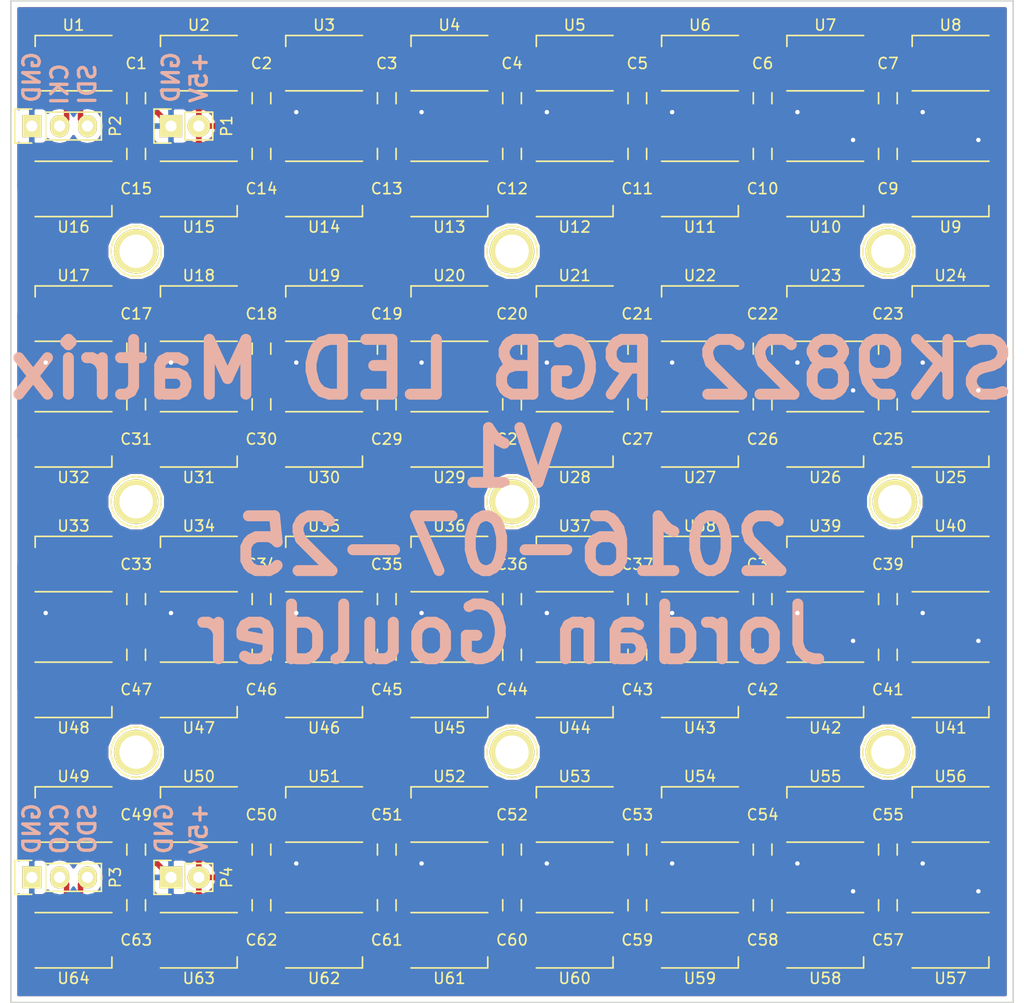
<source format=kicad_pcb>
(kicad_pcb (version 4) (host pcbnew 4.0.2+e4-6225~38~ubuntu15.10.1-stable)
  (layers (0 F.Cu signal hide) (31 B.Cu signal) (34 B.Paste user) (35 F.Paste user) (36 B.SilkS user) (37 F.SilkS user) (38 B.Mask user) (39 F.Mask user) (44 Edge.Cuts user))
  (net 0 "")
  (net 1 GND)
  (net 2 +5V)
  (net 3 /CKI)
  (net 4 /SDI)
  (net 5 /CKO)
  (net 6 /SDO)
  (net 7 "Net-(U1-Pad5)")
  (net 8 "Net-(U1-Pad6)")
  (net 9 "Net-(U2-Pad5)")
  (net 10 "Net-(U2-Pad6)")
  (net 11 "Net-(U3-Pad5)")
  (net 12 "Net-(U3-Pad6)")
  (net 13 "Net-(U4-Pad5)")
  (net 14 "Net-(U4-Pad6)")
  (net 15 "Net-(U5-Pad5)")
  (net 16 "Net-(U5-Pad6)")
  (net 17 "Net-(U6-Pad5)")
  (net 18 "Net-(U6-Pad6)")
  (net 19 "Net-(U7-Pad5)")
  (net 20 "Net-(U7-Pad6)")
  (net 21 /CKO8)
  (net 22 /SDO8)
  (net 23 "Net-(U10-Pad2)")
  (net 24 "Net-(U10-Pad1)")
  (net 25 "Net-(U10-Pad5)")
  (net 26 "Net-(U10-Pad6)")
  (net 27 "Net-(U11-Pad5)")
  (net 28 "Net-(U11-Pad6)")
  (net 29 "Net-(U12-Pad5)")
  (net 30 "Net-(U12-Pad6)")
  (net 31 "Net-(U13-Pad5)")
  (net 32 "Net-(U13-Pad6)")
  (net 33 "Net-(U14-Pad5)")
  (net 34 "Net-(U14-Pad6)")
  (net 35 "Net-(U15-Pad5)")
  (net 36 "Net-(U15-Pad6)")
  (net 37 /CKO16)
  (net 38 /SDO16)
  (net 39 "Net-(U17-Pad5)")
  (net 40 "Net-(U17-Pad6)")
  (net 41 "Net-(U18-Pad5)")
  (net 42 "Net-(U18-Pad6)")
  (net 43 "Net-(U19-Pad5)")
  (net 44 "Net-(U19-Pad6)")
  (net 45 "Net-(U20-Pad5)")
  (net 46 "Net-(U20-Pad6)")
  (net 47 "Net-(U21-Pad5)")
  (net 48 "Net-(U21-Pad6)")
  (net 49 "Net-(U22-Pad5)")
  (net 50 "Net-(U22-Pad6)")
  (net 51 "Net-(U23-Pad5)")
  (net 52 "Net-(U23-Pad6)")
  (net 53 /CKO24)
  (net 54 /SDO24)
  (net 55 "Net-(U25-Pad5)")
  (net 56 "Net-(U25-Pad6)")
  (net 57 "Net-(U26-Pad5)")
  (net 58 "Net-(U26-Pad6)")
  (net 59 "Net-(U27-Pad5)")
  (net 60 "Net-(U27-Pad6)")
  (net 61 "Net-(U28-Pad5)")
  (net 62 "Net-(U28-Pad6)")
  (net 63 "Net-(U29-Pad5)")
  (net 64 "Net-(U29-Pad6)")
  (net 65 "Net-(U30-Pad5)")
  (net 66 "Net-(U30-Pad6)")
  (net 67 "Net-(U31-Pad5)")
  (net 68 "Net-(U31-Pad6)")
  (net 69 /CKO32)
  (net 70 /SDO32)
  (net 71 "Net-(U33-Pad5)")
  (net 72 "Net-(U33-Pad6)")
  (net 73 "Net-(U34-Pad5)")
  (net 74 "Net-(U34-Pad6)")
  (net 75 "Net-(U35-Pad5)")
  (net 76 "Net-(U35-Pad6)")
  (net 77 "Net-(U36-Pad5)")
  (net 78 "Net-(U36-Pad6)")
  (net 79 "Net-(U37-Pad5)")
  (net 80 "Net-(U37-Pad6)")
  (net 81 "Net-(U38-Pad5)")
  (net 82 "Net-(U38-Pad6)")
  (net 83 "Net-(U39-Pad5)")
  (net 84 "Net-(U39-Pad6)")
  (net 85 /CKO40)
  (net 86 /SDO40)
  (net 87 "Net-(U41-Pad5)")
  (net 88 "Net-(U41-Pad6)")
  (net 89 "Net-(U42-Pad5)")
  (net 90 "Net-(U42-Pad6)")
  (net 91 "Net-(U43-Pad5)")
  (net 92 "Net-(U43-Pad6)")
  (net 93 "Net-(U44-Pad5)")
  (net 94 "Net-(U44-Pad6)")
  (net 95 "Net-(U45-Pad5)")
  (net 96 "Net-(U45-Pad6)")
  (net 97 "Net-(U46-Pad5)")
  (net 98 "Net-(U46-Pad6)")
  (net 99 "Net-(U47-Pad5)")
  (net 100 "Net-(U47-Pad6)")
  (net 101 /CKO48)
  (net 102 /SDO48)
  (net 103 "Net-(U49-Pad5)")
  (net 104 "Net-(U49-Pad6)")
  (net 105 "Net-(U50-Pad5)")
  (net 106 "Net-(U50-Pad6)")
  (net 107 "Net-(U51-Pad5)")
  (net 108 "Net-(U51-Pad6)")
  (net 109 "Net-(U52-Pad5)")
  (net 110 "Net-(U52-Pad6)")
  (net 111 "Net-(U53-Pad5)")
  (net 112 "Net-(U53-Pad6)")
  (net 113 "Net-(U54-Pad5)")
  (net 114 "Net-(U54-Pad6)")
  (net 115 "Net-(U55-Pad5)")
  (net 116 "Net-(U55-Pad6)")
  (net 117 /CKO56)
  (net 118 /SDO56)
  (net 119 "Net-(U57-Pad5)")
  (net 120 "Net-(U57-Pad6)")
  (net 121 "Net-(U58-Pad5)")
  (net 122 "Net-(U58-Pad6)")
  (net 123 "Net-(U59-Pad5)")
  (net 124 "Net-(U59-Pad6)")
  (net 125 "Net-(U60-Pad5)")
  (net 126 "Net-(U60-Pad6)")
  (net 127 "Net-(U61-Pad5)")
  (net 128 "Net-(U61-Pad6)")
  (net 129 "Net-(U62-Pad5)")
  (net 130 "Net-(U62-Pad6)")
  (net 131 "Net-(U63-Pad5)")
  (net 132 "Net-(U63-Pad6)")
  (module Pin_Headers:Pin_Header_Straight_1x02 (layer F.Cu) (at 118.11 60.325 90)
    (fp_text reference P1 (at 0 5.08 90) (layer F.SilkS))
    (fp_text value "PWR IN")
    (pad 1 thru_hole rect (at 0 0 90) (size 2.032 2.032) (drill 1.016) (layers *.Cu *.Mask F.SilkS) (net 1 GND))
    (pad 2 thru_hole oval (at 0 2.54 90) (size 2.032 2.032) (drill 1.016) (layers *.Cu *.Mask F.SilkS) (net 2 +5V))
  )
  (module Pin_Headers:Pin_Header_Straight_1x03 (layer F.Cu) (at 105.41 60.325 90)
    (fp_text reference P2 (at 0 7.62 90) (layer F.SilkS))
    (fp_text value "DATA IN")
    (pad 1 thru_hole rect (at 0 0 90) (size 2.032 1.7272) (drill 1.016) (layers *.Cu *.Mask F.SilkS) (net 1 GND))
    (pad 2 thru_hole oval (at 0 2.54 90) (size 2.032 1.7272) (drill 1.016) (layers *.Cu *.Mask F.SilkS) (net 3 /CKI))
    (pad 3 thru_hole oval (at 0 5.08 90) (size 2.032 1.7272) (drill 1.016) (layers *.Cu *.Mask F.SilkS) (net 4 /SDI))
  )
  (module Pin_Headers:Pin_Header_Straight_1x03 (layer F.Cu) (at 105.41 128.905 90)
    (fp_text reference P3 (at 0 7.62 270) (layer F.SilkS))
    (fp_text value "DATA OUT")
    (pad 1 thru_hole rect (at 0 0 90) (size 2.032 1.7272) (drill 1.016) (layers *.Cu *.Mask F.SilkS) (net 1 GND))
    (pad 2 thru_hole oval (at 0 2.54 90) (size 2.032 1.7272) (drill 1.016) (layers *.Cu *.Mask F.SilkS) (net 5 /CKO))
    (pad 3 thru_hole oval (at 0 5.08 90) (size 2.032 1.7272) (drill 1.016) (layers *.Cu *.Mask F.SilkS) (net 6 /SDO))
  )
  (module LEDs:LED_WS2812-PLCC6 (layer F.Cu) (at 109.22 54.61)
    (fp_text reference U1 (at 0 -3.5) (layer F.SilkS))
    (fp_text value SK9822)
    (pad 4 smd rect (at 2.5 1.6) (size 1.6 1) (layers F.Cu F.Paste F.Mask) (net 2 +5V))
    (pad 5 smd rect (at 2.5 0) (size 1.6 1) (layers F.Cu F.Paste F.Mask) (net 7 "Net-(U1-Pad5)"))
    (pad 6 smd rect (at 2.5 -1.6) (size 1.6 1) (layers F.Cu F.Paste F.Mask) (net 8 "Net-(U1-Pad6)"))
    (pad 3 smd rect (at -2.5 1.6) (size 1.6 1) (layers F.Cu F.Paste F.Mask) (net 1 GND))
    (pad 2 smd rect (at -2.5 0) (size 1.6 1) (layers F.Cu F.Paste F.Mask) (net 3 /CKI))
    (pad 1 smd rect (at -2.5 -1.6) (size 1.6 1) (layers F.Cu F.Paste F.Mask) (net 4 /SDI))
  )
  (module LEDs:LED_WS2812-PLCC6 (layer F.Cu) (at 120.65 54.61)
    (fp_text reference U2 (at 0 -3.5) (layer F.SilkS))
    (fp_text value SK9822)
    (pad 4 smd rect (at 2.5 1.6) (size 1.6 1) (layers F.Cu F.Paste F.Mask) (net 2 +5V))
    (pad 5 smd rect (at 2.5 0) (size 1.6 1) (layers F.Cu F.Paste F.Mask) (net 9 "Net-(U2-Pad5)"))
    (pad 6 smd rect (at 2.5 -1.6) (size 1.6 1) (layers F.Cu F.Paste F.Mask) (net 10 "Net-(U2-Pad6)"))
    (pad 3 smd rect (at -2.5 1.6) (size 1.6 1) (layers F.Cu F.Paste F.Mask) (net 1 GND))
    (pad 2 smd rect (at -2.5 0) (size 1.6 1) (layers F.Cu F.Paste F.Mask) (net 7 "Net-(U1-Pad5)"))
    (pad 1 smd rect (at -2.5 -1.6) (size 1.6 1) (layers F.Cu F.Paste F.Mask) (net 8 "Net-(U1-Pad6)"))
  )
  (module LEDs:LED_WS2812-PLCC6 (layer F.Cu) (at 132.08 54.61)
    (fp_text reference U3 (at 0 -3.5) (layer F.SilkS))
    (fp_text value SK9822)
    (pad 4 smd rect (at 2.5 1.6) (size 1.6 1) (layers F.Cu F.Paste F.Mask) (net 2 +5V))
    (pad 5 smd rect (at 2.5 0) (size 1.6 1) (layers F.Cu F.Paste F.Mask) (net 11 "Net-(U3-Pad5)"))
    (pad 6 smd rect (at 2.5 -1.6) (size 1.6 1) (layers F.Cu F.Paste F.Mask) (net 12 "Net-(U3-Pad6)"))
    (pad 3 smd rect (at -2.5 1.6) (size 1.6 1) (layers F.Cu F.Paste F.Mask) (net 1 GND))
    (pad 2 smd rect (at -2.5 0) (size 1.6 1) (layers F.Cu F.Paste F.Mask) (net 9 "Net-(U2-Pad5)"))
    (pad 1 smd rect (at -2.5 -1.6) (size 1.6 1) (layers F.Cu F.Paste F.Mask) (net 10 "Net-(U2-Pad6)"))
  )
  (module LEDs:LED_WS2812-PLCC6 (layer F.Cu) (at 143.51 54.61)
    (fp_text reference U4 (at 0 -3.5) (layer F.SilkS))
    (fp_text value SK9822)
    (pad 4 smd rect (at 2.5 1.6) (size 1.6 1) (layers F.Cu F.Paste F.Mask) (net 2 +5V))
    (pad 5 smd rect (at 2.5 0) (size 1.6 1) (layers F.Cu F.Paste F.Mask) (net 13 "Net-(U4-Pad5)"))
    (pad 6 smd rect (at 2.5 -1.6) (size 1.6 1) (layers F.Cu F.Paste F.Mask) (net 14 "Net-(U4-Pad6)"))
    (pad 3 smd rect (at -2.5 1.6) (size 1.6 1) (layers F.Cu F.Paste F.Mask) (net 1 GND))
    (pad 2 smd rect (at -2.5 0) (size 1.6 1) (layers F.Cu F.Paste F.Mask) (net 11 "Net-(U3-Pad5)"))
    (pad 1 smd rect (at -2.5 -1.6) (size 1.6 1) (layers F.Cu F.Paste F.Mask) (net 12 "Net-(U3-Pad6)"))
  )
  (module LEDs:LED_WS2812-PLCC6 (layer F.Cu) (at 154.94 54.61)
    (fp_text reference U5 (at 0 -3.5) (layer F.SilkS))
    (fp_text value SK9822)
    (pad 4 smd rect (at 2.5 1.6) (size 1.6 1) (layers F.Cu F.Paste F.Mask) (net 2 +5V))
    (pad 5 smd rect (at 2.5 0) (size 1.6 1) (layers F.Cu F.Paste F.Mask) (net 15 "Net-(U5-Pad5)"))
    (pad 6 smd rect (at 2.5 -1.6) (size 1.6 1) (layers F.Cu F.Paste F.Mask) (net 16 "Net-(U5-Pad6)"))
    (pad 3 smd rect (at -2.5 1.6) (size 1.6 1) (layers F.Cu F.Paste F.Mask) (net 1 GND))
    (pad 2 smd rect (at -2.5 0) (size 1.6 1) (layers F.Cu F.Paste F.Mask) (net 13 "Net-(U4-Pad5)"))
    (pad 1 smd rect (at -2.5 -1.6) (size 1.6 1) (layers F.Cu F.Paste F.Mask) (net 14 "Net-(U4-Pad6)"))
  )
  (module LEDs:LED_WS2812-PLCC6 (layer F.Cu) (at 166.37 54.61)
    (fp_text reference U6 (at 0 -3.5) (layer F.SilkS))
    (fp_text value SK9822)
    (pad 4 smd rect (at 2.5 1.6) (size 1.6 1) (layers F.Cu F.Paste F.Mask) (net 2 +5V))
    (pad 5 smd rect (at 2.5 0) (size 1.6 1) (layers F.Cu F.Paste F.Mask) (net 17 "Net-(U6-Pad5)"))
    (pad 6 smd rect (at 2.5 -1.6) (size 1.6 1) (layers F.Cu F.Paste F.Mask) (net 18 "Net-(U6-Pad6)"))
    (pad 3 smd rect (at -2.5 1.6) (size 1.6 1) (layers F.Cu F.Paste F.Mask) (net 1 GND))
    (pad 2 smd rect (at -2.5 0) (size 1.6 1) (layers F.Cu F.Paste F.Mask) (net 15 "Net-(U5-Pad5)"))
    (pad 1 smd rect (at -2.5 -1.6) (size 1.6 1) (layers F.Cu F.Paste F.Mask) (net 16 "Net-(U5-Pad6)"))
  )
  (module LEDs:LED_WS2812-PLCC6 (layer F.Cu) (at 177.8 54.61)
    (fp_text reference U7 (at 0 -3.5) (layer F.SilkS))
    (fp_text value SK9822)
    (pad 4 smd rect (at 2.5 1.6) (size 1.6 1) (layers F.Cu F.Paste F.Mask) (net 2 +5V))
    (pad 5 smd rect (at 2.5 0) (size 1.6 1) (layers F.Cu F.Paste F.Mask) (net 19 "Net-(U7-Pad5)"))
    (pad 6 smd rect (at 2.5 -1.6) (size 1.6 1) (layers F.Cu F.Paste F.Mask) (net 20 "Net-(U7-Pad6)"))
    (pad 3 smd rect (at -2.5 1.6) (size 1.6 1) (layers F.Cu F.Paste F.Mask) (net 1 GND))
    (pad 2 smd rect (at -2.5 0) (size 1.6 1) (layers F.Cu F.Paste F.Mask) (net 17 "Net-(U6-Pad5)"))
    (pad 1 smd rect (at -2.5 -1.6) (size 1.6 1) (layers F.Cu F.Paste F.Mask) (net 18 "Net-(U6-Pad6)"))
  )
  (module LEDs:LED_WS2812-PLCC6 (layer F.Cu) (at 189.23 54.61)
    (fp_text reference U8 (at 0 -3.5) (layer F.SilkS))
    (fp_text value SK9822)
    (pad 4 smd rect (at 2.5 1.6) (size 1.6 1) (layers F.Cu F.Paste F.Mask) (net 2 +5V))
    (pad 5 smd rect (at 2.5 0) (size 1.6 1) (layers F.Cu F.Paste F.Mask) (net 21 /CKO8))
    (pad 6 smd rect (at 2.5 -1.6) (size 1.6 1) (layers F.Cu F.Paste F.Mask) (net 22 /SDO8))
    (pad 3 smd rect (at -2.5 1.6) (size 1.6 1) (layers F.Cu F.Paste F.Mask) (net 1 GND))
    (pad 2 smd rect (at -2.5 0) (size 1.6 1) (layers F.Cu F.Paste F.Mask) (net 19 "Net-(U7-Pad5)"))
    (pad 1 smd rect (at -2.5 -1.6) (size 1.6 1) (layers F.Cu F.Paste F.Mask) (net 20 "Net-(U7-Pad6)"))
  )
  (module LEDs:LED_WS2812-PLCC6 (layer F.Cu) (at 189.23 66.04 180)
    (fp_text reference U9 (at 0 -3.5 180) (layer F.SilkS))
    (fp_text value SK9822)
    (pad 4 smd rect (at 2.5 1.6 180) (size 1.6 1) (layers F.Cu F.Paste F.Mask) (net 2 +5V))
    (pad 5 smd rect (at 2.5 0 180) (size 1.6 1) (layers F.Cu F.Paste F.Mask) (net 23 "Net-(U10-Pad2)"))
    (pad 6 smd rect (at 2.5 -1.6 180) (size 1.6 1) (layers F.Cu F.Paste F.Mask) (net 24 "Net-(U10-Pad1)"))
    (pad 3 smd rect (at -2.5 1.6 180) (size 1.6 1) (layers F.Cu F.Paste F.Mask) (net 1 GND))
    (pad 2 smd rect (at -2.5 0 180) (size 1.6 1) (layers F.Cu F.Paste F.Mask) (net 21 /CKO8))
    (pad 1 smd rect (at -2.5 -1.6 180) (size 1.6 1) (layers F.Cu F.Paste F.Mask) (net 22 /SDO8))
  )
  (module LEDs:LED_WS2812-PLCC6 (layer F.Cu) (at 177.8 66.04 180)
    (fp_text reference U10 (at 0 -3.5 180) (layer F.SilkS))
    (fp_text value SK9822)
    (pad 4 smd rect (at 2.5 1.6 180) (size 1.6 1) (layers F.Cu F.Paste F.Mask) (net 2 +5V))
    (pad 5 smd rect (at 2.5 0 180) (size 1.6 1) (layers F.Cu F.Paste F.Mask) (net 25 "Net-(U10-Pad5)"))
    (pad 6 smd rect (at 2.5 -1.6 180) (size 1.6 1) (layers F.Cu F.Paste F.Mask) (net 26 "Net-(U10-Pad6)"))
    (pad 3 smd rect (at -2.5 1.6 180) (size 1.6 1) (layers F.Cu F.Paste F.Mask) (net 1 GND))
    (pad 2 smd rect (at -2.5 0 180) (size 1.6 1) (layers F.Cu F.Paste F.Mask) (net 23 "Net-(U10-Pad2)"))
    (pad 1 smd rect (at -2.5 -1.6 180) (size 1.6 1) (layers F.Cu F.Paste F.Mask) (net 24 "Net-(U10-Pad1)"))
  )
  (module LEDs:LED_WS2812-PLCC6 (layer F.Cu) (at 166.37 66.04 180)
    (fp_text reference U11 (at 0 -3.5 180) (layer F.SilkS))
    (fp_text value SK9822)
    (pad 4 smd rect (at 2.5 1.6 180) (size 1.6 1) (layers F.Cu F.Paste F.Mask) (net 2 +5V))
    (pad 5 smd rect (at 2.5 0 180) (size 1.6 1) (layers F.Cu F.Paste F.Mask) (net 27 "Net-(U11-Pad5)"))
    (pad 6 smd rect (at 2.5 -1.6 180) (size 1.6 1) (layers F.Cu F.Paste F.Mask) (net 28 "Net-(U11-Pad6)"))
    (pad 3 smd rect (at -2.5 1.6 180) (size 1.6 1) (layers F.Cu F.Paste F.Mask) (net 1 GND))
    (pad 2 smd rect (at -2.5 0 180) (size 1.6 1) (layers F.Cu F.Paste F.Mask) (net 25 "Net-(U10-Pad5)"))
    (pad 1 smd rect (at -2.5 -1.6 180) (size 1.6 1) (layers F.Cu F.Paste F.Mask) (net 26 "Net-(U10-Pad6)"))
  )
  (module LEDs:LED_WS2812-PLCC6 (layer F.Cu) (at 154.94 66.04 180)
    (fp_text reference U12 (at 0 -3.5 180) (layer F.SilkS))
    (fp_text value SK9822)
    (pad 4 smd rect (at 2.5 1.6 180) (size 1.6 1) (layers F.Cu F.Paste F.Mask) (net 2 +5V))
    (pad 5 smd rect (at 2.5 0 180) (size 1.6 1) (layers F.Cu F.Paste F.Mask) (net 29 "Net-(U12-Pad5)"))
    (pad 6 smd rect (at 2.5 -1.6 180) (size 1.6 1) (layers F.Cu F.Paste F.Mask) (net 30 "Net-(U12-Pad6)"))
    (pad 3 smd rect (at -2.5 1.6 180) (size 1.6 1) (layers F.Cu F.Paste F.Mask) (net 1 GND))
    (pad 2 smd rect (at -2.5 0 180) (size 1.6 1) (layers F.Cu F.Paste F.Mask) (net 27 "Net-(U11-Pad5)"))
    (pad 1 smd rect (at -2.5 -1.6 180) (size 1.6 1) (layers F.Cu F.Paste F.Mask) (net 28 "Net-(U11-Pad6)"))
  )
  (module LEDs:LED_WS2812-PLCC6 (layer F.Cu) (at 143.51 66.04 180)
    (fp_text reference U13 (at 0 -3.5 180) (layer F.SilkS))
    (fp_text value SK9822)
    (pad 4 smd rect (at 2.5 1.6 180) (size 1.6 1) (layers F.Cu F.Paste F.Mask) (net 2 +5V))
    (pad 5 smd rect (at 2.5 0 180) (size 1.6 1) (layers F.Cu F.Paste F.Mask) (net 31 "Net-(U13-Pad5)"))
    (pad 6 smd rect (at 2.5 -1.6 180) (size 1.6 1) (layers F.Cu F.Paste F.Mask) (net 32 "Net-(U13-Pad6)"))
    (pad 3 smd rect (at -2.5 1.6 180) (size 1.6 1) (layers F.Cu F.Paste F.Mask) (net 1 GND))
    (pad 2 smd rect (at -2.5 0 180) (size 1.6 1) (layers F.Cu F.Paste F.Mask) (net 29 "Net-(U12-Pad5)"))
    (pad 1 smd rect (at -2.5 -1.6 180) (size 1.6 1) (layers F.Cu F.Paste F.Mask) (net 30 "Net-(U12-Pad6)"))
  )
  (module LEDs:LED_WS2812-PLCC6 (layer F.Cu) (at 132.08 66.04 180)
    (fp_text reference U14 (at 0 -3.5 180) (layer F.SilkS))
    (fp_text value SK9822)
    (pad 4 smd rect (at 2.5 1.6 180) (size 1.6 1) (layers F.Cu F.Paste F.Mask) (net 2 +5V))
    (pad 5 smd rect (at 2.5 0 180) (size 1.6 1) (layers F.Cu F.Paste F.Mask) (net 33 "Net-(U14-Pad5)"))
    (pad 6 smd rect (at 2.5 -1.6 180) (size 1.6 1) (layers F.Cu F.Paste F.Mask) (net 34 "Net-(U14-Pad6)"))
    (pad 3 smd rect (at -2.5 1.6 180) (size 1.6 1) (layers F.Cu F.Paste F.Mask) (net 1 GND))
    (pad 2 smd rect (at -2.5 0 180) (size 1.6 1) (layers F.Cu F.Paste F.Mask) (net 31 "Net-(U13-Pad5)"))
    (pad 1 smd rect (at -2.5 -1.6 180) (size 1.6 1) (layers F.Cu F.Paste F.Mask) (net 32 "Net-(U13-Pad6)"))
  )
  (module LEDs:LED_WS2812-PLCC6 (layer F.Cu) (at 120.65 66.04 180)
    (fp_text reference U15 (at 0 -3.5 180) (layer F.SilkS))
    (fp_text value SK9822)
    (pad 4 smd rect (at 2.5 1.6 180) (size 1.6 1) (layers F.Cu F.Paste F.Mask) (net 2 +5V))
    (pad 5 smd rect (at 2.5 0 180) (size 1.6 1) (layers F.Cu F.Paste F.Mask) (net 35 "Net-(U15-Pad5)"))
    (pad 6 smd rect (at 2.5 -1.6 180) (size 1.6 1) (layers F.Cu F.Paste F.Mask) (net 36 "Net-(U15-Pad6)"))
    (pad 3 smd rect (at -2.5 1.6 180) (size 1.6 1) (layers F.Cu F.Paste F.Mask) (net 1 GND))
    (pad 2 smd rect (at -2.5 0 180) (size 1.6 1) (layers F.Cu F.Paste F.Mask) (net 33 "Net-(U14-Pad5)"))
    (pad 1 smd rect (at -2.5 -1.6 180) (size 1.6 1) (layers F.Cu F.Paste F.Mask) (net 34 "Net-(U14-Pad6)"))
  )
  (module LEDs:LED_WS2812-PLCC6 (layer F.Cu) (at 109.22 66.04 180)
    (fp_text reference U16 (at 0 -3.5 180) (layer F.SilkS))
    (fp_text value SK9822)
    (pad 4 smd rect (at 2.5 1.6 180) (size 1.6 1) (layers F.Cu F.Paste F.Mask) (net 2 +5V))
    (pad 5 smd rect (at 2.5 0 180) (size 1.6 1) (layers F.Cu F.Paste F.Mask) (net 37 /CKO16))
    (pad 6 smd rect (at 2.5 -1.6 180) (size 1.6 1) (layers F.Cu F.Paste F.Mask) (net 38 /SDO16))
    (pad 3 smd rect (at -2.5 1.6 180) (size 1.6 1) (layers F.Cu F.Paste F.Mask) (net 1 GND))
    (pad 2 smd rect (at -2.5 0 180) (size 1.6 1) (layers F.Cu F.Paste F.Mask) (net 35 "Net-(U15-Pad5)"))
    (pad 1 smd rect (at -2.5 -1.6 180) (size 1.6 1) (layers F.Cu F.Paste F.Mask) (net 36 "Net-(U15-Pad6)"))
  )
  (module LEDs:LED_WS2812-PLCC6 (layer F.Cu) (at 109.22 77.47)
    (fp_text reference U17 (at 0 -3.5) (layer F.SilkS))
    (fp_text value SK9822)
    (pad 4 smd rect (at 2.5 1.6) (size 1.6 1) (layers F.Cu F.Paste F.Mask) (net 2 +5V))
    (pad 5 smd rect (at 2.5 0) (size 1.6 1) (layers F.Cu F.Paste F.Mask) (net 39 "Net-(U17-Pad5)"))
    (pad 6 smd rect (at 2.5 -1.6) (size 1.6 1) (layers F.Cu F.Paste F.Mask) (net 40 "Net-(U17-Pad6)"))
    (pad 3 smd rect (at -2.5 1.6) (size 1.6 1) (layers F.Cu F.Paste F.Mask) (net 1 GND))
    (pad 2 smd rect (at -2.5 0) (size 1.6 1) (layers F.Cu F.Paste F.Mask) (net 37 /CKO16))
    (pad 1 smd rect (at -2.5 -1.6) (size 1.6 1) (layers F.Cu F.Paste F.Mask) (net 38 /SDO16))
  )
  (module LEDs:LED_WS2812-PLCC6 (layer F.Cu) (at 120.65 77.47)
    (fp_text reference U18 (at 0 -3.5) (layer F.SilkS))
    (fp_text value SK9822)
    (pad 4 smd rect (at 2.5 1.6) (size 1.6 1) (layers F.Cu F.Paste F.Mask) (net 2 +5V))
    (pad 5 smd rect (at 2.5 0) (size 1.6 1) (layers F.Cu F.Paste F.Mask) (net 41 "Net-(U18-Pad5)"))
    (pad 6 smd rect (at 2.5 -1.6) (size 1.6 1) (layers F.Cu F.Paste F.Mask) (net 42 "Net-(U18-Pad6)"))
    (pad 3 smd rect (at -2.5 1.6) (size 1.6 1) (layers F.Cu F.Paste F.Mask) (net 1 GND))
    (pad 2 smd rect (at -2.5 0) (size 1.6 1) (layers F.Cu F.Paste F.Mask) (net 39 "Net-(U17-Pad5)"))
    (pad 1 smd rect (at -2.5 -1.6) (size 1.6 1) (layers F.Cu F.Paste F.Mask) (net 40 "Net-(U17-Pad6)"))
  )
  (module LEDs:LED_WS2812-PLCC6 (layer F.Cu) (at 132.08 77.47)
    (fp_text reference U19 (at 0 -3.5) (layer F.SilkS))
    (fp_text value SK9822)
    (pad 4 smd rect (at 2.5 1.6) (size 1.6 1) (layers F.Cu F.Paste F.Mask) (net 2 +5V))
    (pad 5 smd rect (at 2.5 0) (size 1.6 1) (layers F.Cu F.Paste F.Mask) (net 43 "Net-(U19-Pad5)"))
    (pad 6 smd rect (at 2.5 -1.6) (size 1.6 1) (layers F.Cu F.Paste F.Mask) (net 44 "Net-(U19-Pad6)"))
    (pad 3 smd rect (at -2.5 1.6) (size 1.6 1) (layers F.Cu F.Paste F.Mask) (net 1 GND))
    (pad 2 smd rect (at -2.5 0) (size 1.6 1) (layers F.Cu F.Paste F.Mask) (net 41 "Net-(U18-Pad5)"))
    (pad 1 smd rect (at -2.5 -1.6) (size 1.6 1) (layers F.Cu F.Paste F.Mask) (net 42 "Net-(U18-Pad6)"))
  )
  (module LEDs:LED_WS2812-PLCC6 (layer F.Cu) (at 143.51 77.47)
    (fp_text reference U20 (at 0 -3.5) (layer F.SilkS))
    (fp_text value SK9822)
    (pad 4 smd rect (at 2.5 1.6) (size 1.6 1) (layers F.Cu F.Paste F.Mask) (net 2 +5V))
    (pad 5 smd rect (at 2.5 0) (size 1.6 1) (layers F.Cu F.Paste F.Mask) (net 45 "Net-(U20-Pad5)"))
    (pad 6 smd rect (at 2.5 -1.6) (size 1.6 1) (layers F.Cu F.Paste F.Mask) (net 46 "Net-(U20-Pad6)"))
    (pad 3 smd rect (at -2.5 1.6) (size 1.6 1) (layers F.Cu F.Paste F.Mask) (net 1 GND))
    (pad 2 smd rect (at -2.5 0) (size 1.6 1) (layers F.Cu F.Paste F.Mask) (net 43 "Net-(U19-Pad5)"))
    (pad 1 smd rect (at -2.5 -1.6) (size 1.6 1) (layers F.Cu F.Paste F.Mask) (net 44 "Net-(U19-Pad6)"))
  )
  (module LEDs:LED_WS2812-PLCC6 (layer F.Cu) (at 154.94 77.47)
    (fp_text reference U21 (at 0 -3.5) (layer F.SilkS))
    (fp_text value SK9822)
    (pad 4 smd rect (at 2.5 1.6) (size 1.6 1) (layers F.Cu F.Paste F.Mask) (net 2 +5V))
    (pad 5 smd rect (at 2.5 0) (size 1.6 1) (layers F.Cu F.Paste F.Mask) (net 47 "Net-(U21-Pad5)"))
    (pad 6 smd rect (at 2.5 -1.6) (size 1.6 1) (layers F.Cu F.Paste F.Mask) (net 48 "Net-(U21-Pad6)"))
    (pad 3 smd rect (at -2.5 1.6) (size 1.6 1) (layers F.Cu F.Paste F.Mask) (net 1 GND))
    (pad 2 smd rect (at -2.5 0) (size 1.6 1) (layers F.Cu F.Paste F.Mask) (net 45 "Net-(U20-Pad5)"))
    (pad 1 smd rect (at -2.5 -1.6) (size 1.6 1) (layers F.Cu F.Paste F.Mask) (net 46 "Net-(U20-Pad6)"))
  )
  (module LEDs:LED_WS2812-PLCC6 (layer F.Cu) (at 166.37 77.47)
    (fp_text reference U22 (at 0 -3.5) (layer F.SilkS))
    (fp_text value SK9822)
    (pad 4 smd rect (at 2.5 1.6) (size 1.6 1) (layers F.Cu F.Paste F.Mask) (net 2 +5V))
    (pad 5 smd rect (at 2.5 0) (size 1.6 1) (layers F.Cu F.Paste F.Mask) (net 49 "Net-(U22-Pad5)"))
    (pad 6 smd rect (at 2.5 -1.6) (size 1.6 1) (layers F.Cu F.Paste F.Mask) (net 50 "Net-(U22-Pad6)"))
    (pad 3 smd rect (at -2.5 1.6) (size 1.6 1) (layers F.Cu F.Paste F.Mask) (net 1 GND))
    (pad 2 smd rect (at -2.5 0) (size 1.6 1) (layers F.Cu F.Paste F.Mask) (net 47 "Net-(U21-Pad5)"))
    (pad 1 smd rect (at -2.5 -1.6) (size 1.6 1) (layers F.Cu F.Paste F.Mask) (net 48 "Net-(U21-Pad6)"))
  )
  (module LEDs:LED_WS2812-PLCC6 (layer F.Cu) (at 177.8 77.47)
    (fp_text reference U23 (at 0 -3.5) (layer F.SilkS))
    (fp_text value SK9822)
    (pad 4 smd rect (at 2.5 1.6) (size 1.6 1) (layers F.Cu F.Paste F.Mask) (net 2 +5V))
    (pad 5 smd rect (at 2.5 0) (size 1.6 1) (layers F.Cu F.Paste F.Mask) (net 51 "Net-(U23-Pad5)"))
    (pad 6 smd rect (at 2.5 -1.6) (size 1.6 1) (layers F.Cu F.Paste F.Mask) (net 52 "Net-(U23-Pad6)"))
    (pad 3 smd rect (at -2.5 1.6) (size 1.6 1) (layers F.Cu F.Paste F.Mask) (net 1 GND))
    (pad 2 smd rect (at -2.5 0) (size 1.6 1) (layers F.Cu F.Paste F.Mask) (net 49 "Net-(U22-Pad5)"))
    (pad 1 smd rect (at -2.5 -1.6) (size 1.6 1) (layers F.Cu F.Paste F.Mask) (net 50 "Net-(U22-Pad6)"))
  )
  (module LEDs:LED_WS2812-PLCC6 (layer F.Cu) (at 189.23 77.47)
    (fp_text reference U24 (at 0 -3.5) (layer F.SilkS))
    (fp_text value SK9822)
    (pad 4 smd rect (at 2.5 1.6) (size 1.6 1) (layers F.Cu F.Paste F.Mask) (net 2 +5V))
    (pad 5 smd rect (at 2.5 0) (size 1.6 1) (layers F.Cu F.Paste F.Mask) (net 53 /CKO24))
    (pad 6 smd rect (at 2.5 -1.6) (size 1.6 1) (layers F.Cu F.Paste F.Mask) (net 54 /SDO24))
    (pad 3 smd rect (at -2.5 1.6) (size 1.6 1) (layers F.Cu F.Paste F.Mask) (net 1 GND))
    (pad 2 smd rect (at -2.5 0) (size 1.6 1) (layers F.Cu F.Paste F.Mask) (net 51 "Net-(U23-Pad5)"))
    (pad 1 smd rect (at -2.5 -1.6) (size 1.6 1) (layers F.Cu F.Paste F.Mask) (net 52 "Net-(U23-Pad6)"))
  )
  (module LEDs:LED_WS2812-PLCC6 (layer F.Cu) (at 189.23 88.9 180)
    (fp_text reference U25 (at 0 -3.5 180) (layer F.SilkS))
    (fp_text value SK9822)
    (pad 4 smd rect (at 2.5 1.6 180) (size 1.6 1) (layers F.Cu F.Paste F.Mask) (net 2 +5V))
    (pad 5 smd rect (at 2.5 0 180) (size 1.6 1) (layers F.Cu F.Paste F.Mask) (net 55 "Net-(U25-Pad5)"))
    (pad 6 smd rect (at 2.5 -1.6 180) (size 1.6 1) (layers F.Cu F.Paste F.Mask) (net 56 "Net-(U25-Pad6)"))
    (pad 3 smd rect (at -2.5 1.6 180) (size 1.6 1) (layers F.Cu F.Paste F.Mask) (net 1 GND))
    (pad 2 smd rect (at -2.5 0 180) (size 1.6 1) (layers F.Cu F.Paste F.Mask) (net 53 /CKO24))
    (pad 1 smd rect (at -2.5 -1.6 180) (size 1.6 1) (layers F.Cu F.Paste F.Mask) (net 54 /SDO24))
  )
  (module LEDs:LED_WS2812-PLCC6 (layer F.Cu) (at 177.8 88.9 180)
    (fp_text reference U26 (at 0 -3.5 180) (layer F.SilkS))
    (fp_text value SK9822)
    (pad 4 smd rect (at 2.5 1.6 180) (size 1.6 1) (layers F.Cu F.Paste F.Mask) (net 2 +5V))
    (pad 5 smd rect (at 2.5 0 180) (size 1.6 1) (layers F.Cu F.Paste F.Mask) (net 57 "Net-(U26-Pad5)"))
    (pad 6 smd rect (at 2.5 -1.6 180) (size 1.6 1) (layers F.Cu F.Paste F.Mask) (net 58 "Net-(U26-Pad6)"))
    (pad 3 smd rect (at -2.5 1.6 180) (size 1.6 1) (layers F.Cu F.Paste F.Mask) (net 1 GND))
    (pad 2 smd rect (at -2.5 0 180) (size 1.6 1) (layers F.Cu F.Paste F.Mask) (net 55 "Net-(U25-Pad5)"))
    (pad 1 smd rect (at -2.5 -1.6 180) (size 1.6 1) (layers F.Cu F.Paste F.Mask) (net 56 "Net-(U25-Pad6)"))
  )
  (module LEDs:LED_WS2812-PLCC6 (layer F.Cu) (at 166.37 88.9 180)
    (fp_text reference U27 (at 0 -3.5 180) (layer F.SilkS))
    (fp_text value SK9822)
    (pad 4 smd rect (at 2.5 1.6 180) (size 1.6 1) (layers F.Cu F.Paste F.Mask) (net 2 +5V))
    (pad 5 smd rect (at 2.5 0 180) (size 1.6 1) (layers F.Cu F.Paste F.Mask) (net 59 "Net-(U27-Pad5)"))
    (pad 6 smd rect (at 2.5 -1.6 180) (size 1.6 1) (layers F.Cu F.Paste F.Mask) (net 60 "Net-(U27-Pad6)"))
    (pad 3 smd rect (at -2.5 1.6 180) (size 1.6 1) (layers F.Cu F.Paste F.Mask) (net 1 GND))
    (pad 2 smd rect (at -2.5 0 180) (size 1.6 1) (layers F.Cu F.Paste F.Mask) (net 57 "Net-(U26-Pad5)"))
    (pad 1 smd rect (at -2.5 -1.6 180) (size 1.6 1) (layers F.Cu F.Paste F.Mask) (net 58 "Net-(U26-Pad6)"))
  )
  (module LEDs:LED_WS2812-PLCC6 (layer F.Cu) (at 154.94 88.9 180)
    (fp_text reference U28 (at 0 -3.5 180) (layer F.SilkS))
    (fp_text value SK9822)
    (pad 4 smd rect (at 2.5 1.6 180) (size 1.6 1) (layers F.Cu F.Paste F.Mask) (net 2 +5V))
    (pad 5 smd rect (at 2.5 0 180) (size 1.6 1) (layers F.Cu F.Paste F.Mask) (net 61 "Net-(U28-Pad5)"))
    (pad 6 smd rect (at 2.5 -1.6 180) (size 1.6 1) (layers F.Cu F.Paste F.Mask) (net 62 "Net-(U28-Pad6)"))
    (pad 3 smd rect (at -2.5 1.6 180) (size 1.6 1) (layers F.Cu F.Paste F.Mask) (net 1 GND))
    (pad 2 smd rect (at -2.5 0 180) (size 1.6 1) (layers F.Cu F.Paste F.Mask) (net 59 "Net-(U27-Pad5)"))
    (pad 1 smd rect (at -2.5 -1.6 180) (size 1.6 1) (layers F.Cu F.Paste F.Mask) (net 60 "Net-(U27-Pad6)"))
  )
  (module LEDs:LED_WS2812-PLCC6 (layer F.Cu) (at 143.51 88.9 180)
    (fp_text reference U29 (at 0 -3.5 180) (layer F.SilkS))
    (fp_text value SK9822)
    (pad 4 smd rect (at 2.5 1.6 180) (size 1.6 1) (layers F.Cu F.Paste F.Mask) (net 2 +5V))
    (pad 5 smd rect (at 2.5 0 180) (size 1.6 1) (layers F.Cu F.Paste F.Mask) (net 63 "Net-(U29-Pad5)"))
    (pad 6 smd rect (at 2.5 -1.6 180) (size 1.6 1) (layers F.Cu F.Paste F.Mask) (net 64 "Net-(U29-Pad6)"))
    (pad 3 smd rect (at -2.5 1.6 180) (size 1.6 1) (layers F.Cu F.Paste F.Mask) (net 1 GND))
    (pad 2 smd rect (at -2.5 0 180) (size 1.6 1) (layers F.Cu F.Paste F.Mask) (net 61 "Net-(U28-Pad5)"))
    (pad 1 smd rect (at -2.5 -1.6 180) (size 1.6 1) (layers F.Cu F.Paste F.Mask) (net 62 "Net-(U28-Pad6)"))
  )
  (module LEDs:LED_WS2812-PLCC6 (layer F.Cu) (at 132.08 88.9 180)
    (fp_text reference U30 (at 0 -3.5 180) (layer F.SilkS))
    (fp_text value SK9822)
    (pad 4 smd rect (at 2.5 1.6 180) (size 1.6 1) (layers F.Cu F.Paste F.Mask) (net 2 +5V))
    (pad 5 smd rect (at 2.5 0 180) (size 1.6 1) (layers F.Cu F.Paste F.Mask) (net 65 "Net-(U30-Pad5)"))
    (pad 6 smd rect (at 2.5 -1.6 180) (size 1.6 1) (layers F.Cu F.Paste F.Mask) (net 66 "Net-(U30-Pad6)"))
    (pad 3 smd rect (at -2.5 1.6 180) (size 1.6 1) (layers F.Cu F.Paste F.Mask) (net 1 GND))
    (pad 2 smd rect (at -2.5 0 180) (size 1.6 1) (layers F.Cu F.Paste F.Mask) (net 63 "Net-(U29-Pad5)"))
    (pad 1 smd rect (at -2.5 -1.6 180) (size 1.6 1) (layers F.Cu F.Paste F.Mask) (net 64 "Net-(U29-Pad6)"))
  )
  (module LEDs:LED_WS2812-PLCC6 (layer F.Cu) (at 120.65 88.9 180)
    (fp_text reference U31 (at 0 -3.5 180) (layer F.SilkS))
    (fp_text value SK9822)
    (pad 4 smd rect (at 2.5 1.6 180) (size 1.6 1) (layers F.Cu F.Paste F.Mask) (net 2 +5V))
    (pad 5 smd rect (at 2.5 0 180) (size 1.6 1) (layers F.Cu F.Paste F.Mask) (net 67 "Net-(U31-Pad5)"))
    (pad 6 smd rect (at 2.5 -1.6 180) (size 1.6 1) (layers F.Cu F.Paste F.Mask) (net 68 "Net-(U31-Pad6)"))
    (pad 3 smd rect (at -2.5 1.6 180) (size 1.6 1) (layers F.Cu F.Paste F.Mask) (net 1 GND))
    (pad 2 smd rect (at -2.5 0 180) (size 1.6 1) (layers F.Cu F.Paste F.Mask) (net 65 "Net-(U30-Pad5)"))
    (pad 1 smd rect (at -2.5 -1.6 180) (size 1.6 1) (layers F.Cu F.Paste F.Mask) (net 66 "Net-(U30-Pad6)"))
  )
  (module LEDs:LED_WS2812-PLCC6 (layer F.Cu) (at 109.22 88.9 180)
    (fp_text reference U32 (at 0 -3.5 180) (layer F.SilkS))
    (fp_text value SK9822)
    (pad 4 smd rect (at 2.5 1.6 180) (size 1.6 1) (layers F.Cu F.Paste F.Mask) (net 2 +5V))
    (pad 5 smd rect (at 2.5 0 180) (size 1.6 1) (layers F.Cu F.Paste F.Mask) (net 69 /CKO32))
    (pad 6 smd rect (at 2.5 -1.6 180) (size 1.6 1) (layers F.Cu F.Paste F.Mask) (net 70 /SDO32))
    (pad 3 smd rect (at -2.5 1.6 180) (size 1.6 1) (layers F.Cu F.Paste F.Mask) (net 1 GND))
    (pad 2 smd rect (at -2.5 0 180) (size 1.6 1) (layers F.Cu F.Paste F.Mask) (net 67 "Net-(U31-Pad5)"))
    (pad 1 smd rect (at -2.5 -1.6 180) (size 1.6 1) (layers F.Cu F.Paste F.Mask) (net 68 "Net-(U31-Pad6)"))
  )
  (module LEDs:LED_WS2812-PLCC6 (layer F.Cu) (at 109.22 100.33)
    (fp_text reference U33 (at 0 -3.5) (layer F.SilkS))
    (fp_text value SK9822)
    (pad 4 smd rect (at 2.5 1.6) (size 1.6 1) (layers F.Cu F.Paste F.Mask) (net 2 +5V))
    (pad 5 smd rect (at 2.5 0) (size 1.6 1) (layers F.Cu F.Paste F.Mask) (net 71 "Net-(U33-Pad5)"))
    (pad 6 smd rect (at 2.5 -1.6) (size 1.6 1) (layers F.Cu F.Paste F.Mask) (net 72 "Net-(U33-Pad6)"))
    (pad 3 smd rect (at -2.5 1.6) (size 1.6 1) (layers F.Cu F.Paste F.Mask) (net 1 GND))
    (pad 2 smd rect (at -2.5 0) (size 1.6 1) (layers F.Cu F.Paste F.Mask) (net 69 /CKO32))
    (pad 1 smd rect (at -2.5 -1.6) (size 1.6 1) (layers F.Cu F.Paste F.Mask) (net 70 /SDO32))
  )
  (module LEDs:LED_WS2812-PLCC6 (layer F.Cu) (at 120.65 100.33)
    (fp_text reference U34 (at 0 -3.5) (layer F.SilkS))
    (fp_text value SK9822)
    (pad 4 smd rect (at 2.5 1.6) (size 1.6 1) (layers F.Cu F.Paste F.Mask) (net 2 +5V))
    (pad 5 smd rect (at 2.5 0) (size 1.6 1) (layers F.Cu F.Paste F.Mask) (net 73 "Net-(U34-Pad5)"))
    (pad 6 smd rect (at 2.5 -1.6) (size 1.6 1) (layers F.Cu F.Paste F.Mask) (net 74 "Net-(U34-Pad6)"))
    (pad 3 smd rect (at -2.5 1.6) (size 1.6 1) (layers F.Cu F.Paste F.Mask) (net 1 GND))
    (pad 2 smd rect (at -2.5 0) (size 1.6 1) (layers F.Cu F.Paste F.Mask) (net 71 "Net-(U33-Pad5)"))
    (pad 1 smd rect (at -2.5 -1.6) (size 1.6 1) (layers F.Cu F.Paste F.Mask) (net 72 "Net-(U33-Pad6)"))
  )
  (module LEDs:LED_WS2812-PLCC6 (layer F.Cu) (at 132.08 100.33)
    (fp_text reference U35 (at 0 -3.5) (layer F.SilkS))
    (fp_text value SK9822)
    (pad 4 smd rect (at 2.5 1.6) (size 1.6 1) (layers F.Cu F.Paste F.Mask) (net 2 +5V))
    (pad 5 smd rect (at 2.5 0) (size 1.6 1) (layers F.Cu F.Paste F.Mask) (net 75 "Net-(U35-Pad5)"))
    (pad 6 smd rect (at 2.5 -1.6) (size 1.6 1) (layers F.Cu F.Paste F.Mask) (net 76 "Net-(U35-Pad6)"))
    (pad 3 smd rect (at -2.5 1.6) (size 1.6 1) (layers F.Cu F.Paste F.Mask) (net 1 GND))
    (pad 2 smd rect (at -2.5 0) (size 1.6 1) (layers F.Cu F.Paste F.Mask) (net 73 "Net-(U34-Pad5)"))
    (pad 1 smd rect (at -2.5 -1.6) (size 1.6 1) (layers F.Cu F.Paste F.Mask) (net 74 "Net-(U34-Pad6)"))
  )
  (module LEDs:LED_WS2812-PLCC6 (layer F.Cu) (at 143.51 100.33)
    (fp_text reference U36 (at 0 -3.5) (layer F.SilkS))
    (fp_text value SK9822)
    (pad 4 smd rect (at 2.5 1.6) (size 1.6 1) (layers F.Cu F.Paste F.Mask) (net 2 +5V))
    (pad 5 smd rect (at 2.5 0) (size 1.6 1) (layers F.Cu F.Paste F.Mask) (net 77 "Net-(U36-Pad5)"))
    (pad 6 smd rect (at 2.5 -1.6) (size 1.6 1) (layers F.Cu F.Paste F.Mask) (net 78 "Net-(U36-Pad6)"))
    (pad 3 smd rect (at -2.5 1.6) (size 1.6 1) (layers F.Cu F.Paste F.Mask) (net 1 GND))
    (pad 2 smd rect (at -2.5 0) (size 1.6 1) (layers F.Cu F.Paste F.Mask) (net 75 "Net-(U35-Pad5)"))
    (pad 1 smd rect (at -2.5 -1.6) (size 1.6 1) (layers F.Cu F.Paste F.Mask) (net 76 "Net-(U35-Pad6)"))
  )
  (module LEDs:LED_WS2812-PLCC6 (layer F.Cu) (at 154.94 100.33)
    (fp_text reference U37 (at 0 -3.5) (layer F.SilkS))
    (fp_text value SK9822)
    (pad 4 smd rect (at 2.5 1.6) (size 1.6 1) (layers F.Cu F.Paste F.Mask) (net 2 +5V))
    (pad 5 smd rect (at 2.5 0) (size 1.6 1) (layers F.Cu F.Paste F.Mask) (net 79 "Net-(U37-Pad5)"))
    (pad 6 smd rect (at 2.5 -1.6) (size 1.6 1) (layers F.Cu F.Paste F.Mask) (net 80 "Net-(U37-Pad6)"))
    (pad 3 smd rect (at -2.5 1.6) (size 1.6 1) (layers F.Cu F.Paste F.Mask) (net 1 GND))
    (pad 2 smd rect (at -2.5 0) (size 1.6 1) (layers F.Cu F.Paste F.Mask) (net 77 "Net-(U36-Pad5)"))
    (pad 1 smd rect (at -2.5 -1.6) (size 1.6 1) (layers F.Cu F.Paste F.Mask) (net 78 "Net-(U36-Pad6)"))
  )
  (module LEDs:LED_WS2812-PLCC6 (layer F.Cu) (at 166.37 100.33)
    (fp_text reference U38 (at 0 -3.5) (layer F.SilkS))
    (fp_text value SK9822)
    (pad 4 smd rect (at 2.5 1.6) (size 1.6 1) (layers F.Cu F.Paste F.Mask) (net 2 +5V))
    (pad 5 smd rect (at 2.5 0) (size 1.6 1) (layers F.Cu F.Paste F.Mask) (net 81 "Net-(U38-Pad5)"))
    (pad 6 smd rect (at 2.5 -1.6) (size 1.6 1) (layers F.Cu F.Paste F.Mask) (net 82 "Net-(U38-Pad6)"))
    (pad 3 smd rect (at -2.5 1.6) (size 1.6 1) (layers F.Cu F.Paste F.Mask) (net 1 GND))
    (pad 2 smd rect (at -2.5 0) (size 1.6 1) (layers F.Cu F.Paste F.Mask) (net 79 "Net-(U37-Pad5)"))
    (pad 1 smd rect (at -2.5 -1.6) (size 1.6 1) (layers F.Cu F.Paste F.Mask) (net 80 "Net-(U37-Pad6)"))
  )
  (module LEDs:LED_WS2812-PLCC6 (layer F.Cu) (at 177.8 100.33)
    (fp_text reference U39 (at 0 -3.5) (layer F.SilkS))
    (fp_text value SK9822)
    (pad 4 smd rect (at 2.5 1.6) (size 1.6 1) (layers F.Cu F.Paste F.Mask) (net 2 +5V))
    (pad 5 smd rect (at 2.5 0) (size 1.6 1) (layers F.Cu F.Paste F.Mask) (net 83 "Net-(U39-Pad5)"))
    (pad 6 smd rect (at 2.5 -1.6) (size 1.6 1) (layers F.Cu F.Paste F.Mask) (net 84 "Net-(U39-Pad6)"))
    (pad 3 smd rect (at -2.5 1.6) (size 1.6 1) (layers F.Cu F.Paste F.Mask) (net 1 GND))
    (pad 2 smd rect (at -2.5 0) (size 1.6 1) (layers F.Cu F.Paste F.Mask) (net 81 "Net-(U38-Pad5)"))
    (pad 1 smd rect (at -2.5 -1.6) (size 1.6 1) (layers F.Cu F.Paste F.Mask) (net 82 "Net-(U38-Pad6)"))
  )
  (module LEDs:LED_WS2812-PLCC6 (layer F.Cu) (at 189.23 100.33)
    (fp_text reference U40 (at 0 -3.5) (layer F.SilkS))
    (fp_text value SK9822)
    (pad 4 smd rect (at 2.5 1.6) (size 1.6 1) (layers F.Cu F.Paste F.Mask) (net 2 +5V))
    (pad 5 smd rect (at 2.5 0) (size 1.6 1) (layers F.Cu F.Paste F.Mask) (net 85 /CKO40))
    (pad 6 smd rect (at 2.5 -1.6) (size 1.6 1) (layers F.Cu F.Paste F.Mask) (net 86 /SDO40))
    (pad 3 smd rect (at -2.5 1.6) (size 1.6 1) (layers F.Cu F.Paste F.Mask) (net 1 GND))
    (pad 2 smd rect (at -2.5 0) (size 1.6 1) (layers F.Cu F.Paste F.Mask) (net 83 "Net-(U39-Pad5)"))
    (pad 1 smd rect (at -2.5 -1.6) (size 1.6 1) (layers F.Cu F.Paste F.Mask) (net 84 "Net-(U39-Pad6)"))
  )
  (module LEDs:LED_WS2812-PLCC6 (layer F.Cu) (at 189.23 111.76 180)
    (fp_text reference U41 (at 0 -3.5 180) (layer F.SilkS))
    (fp_text value SK9822)
    (pad 4 smd rect (at 2.5 1.6 180) (size 1.6 1) (layers F.Cu F.Paste F.Mask) (net 2 +5V))
    (pad 5 smd rect (at 2.5 0 180) (size 1.6 1) (layers F.Cu F.Paste F.Mask) (net 87 "Net-(U41-Pad5)"))
    (pad 6 smd rect (at 2.5 -1.6 180) (size 1.6 1) (layers F.Cu F.Paste F.Mask) (net 88 "Net-(U41-Pad6)"))
    (pad 3 smd rect (at -2.5 1.6 180) (size 1.6 1) (layers F.Cu F.Paste F.Mask) (net 1 GND))
    (pad 2 smd rect (at -2.5 0 180) (size 1.6 1) (layers F.Cu F.Paste F.Mask) (net 85 /CKO40))
    (pad 1 smd rect (at -2.5 -1.6 180) (size 1.6 1) (layers F.Cu F.Paste F.Mask) (net 86 /SDO40))
  )
  (module LEDs:LED_WS2812-PLCC6 (layer F.Cu) (at 177.8 111.76 180)
    (fp_text reference U42 (at 0 -3.5 180) (layer F.SilkS))
    (fp_text value SK9822)
    (pad 4 smd rect (at 2.5 1.6 180) (size 1.6 1) (layers F.Cu F.Paste F.Mask) (net 2 +5V))
    (pad 5 smd rect (at 2.5 0 180) (size 1.6 1) (layers F.Cu F.Paste F.Mask) (net 89 "Net-(U42-Pad5)"))
    (pad 6 smd rect (at 2.5 -1.6 180) (size 1.6 1) (layers F.Cu F.Paste F.Mask) (net 90 "Net-(U42-Pad6)"))
    (pad 3 smd rect (at -2.5 1.6 180) (size 1.6 1) (layers F.Cu F.Paste F.Mask) (net 1 GND))
    (pad 2 smd rect (at -2.5 0 180) (size 1.6 1) (layers F.Cu F.Paste F.Mask) (net 87 "Net-(U41-Pad5)"))
    (pad 1 smd rect (at -2.5 -1.6 180) (size 1.6 1) (layers F.Cu F.Paste F.Mask) (net 88 "Net-(U41-Pad6)"))
  )
  (module LEDs:LED_WS2812-PLCC6 (layer F.Cu) (at 166.37 111.76 180)
    (fp_text reference U43 (at 0 -3.5 180) (layer F.SilkS))
    (fp_text value SK9822)
    (pad 4 smd rect (at 2.5 1.6 180) (size 1.6 1) (layers F.Cu F.Paste F.Mask) (net 2 +5V))
    (pad 5 smd rect (at 2.5 0 180) (size 1.6 1) (layers F.Cu F.Paste F.Mask) (net 91 "Net-(U43-Pad5)"))
    (pad 6 smd rect (at 2.5 -1.6 180) (size 1.6 1) (layers F.Cu F.Paste F.Mask) (net 92 "Net-(U43-Pad6)"))
    (pad 3 smd rect (at -2.5 1.6 180) (size 1.6 1) (layers F.Cu F.Paste F.Mask) (net 1 GND))
    (pad 2 smd rect (at -2.5 0 180) (size 1.6 1) (layers F.Cu F.Paste F.Mask) (net 89 "Net-(U42-Pad5)"))
    (pad 1 smd rect (at -2.5 -1.6 180) (size 1.6 1) (layers F.Cu F.Paste F.Mask) (net 90 "Net-(U42-Pad6)"))
  )
  (module LEDs:LED_WS2812-PLCC6 (layer F.Cu) (at 154.94 111.76 180)
    (fp_text reference U44 (at 0 -3.5 180) (layer F.SilkS))
    (fp_text value SK9822)
    (pad 4 smd rect (at 2.5 1.6 180) (size 1.6 1) (layers F.Cu F.Paste F.Mask) (net 2 +5V))
    (pad 5 smd rect (at 2.5 0 180) (size 1.6 1) (layers F.Cu F.Paste F.Mask) (net 93 "Net-(U44-Pad5)"))
    (pad 6 smd rect (at 2.5 -1.6 180) (size 1.6 1) (layers F.Cu F.Paste F.Mask) (net 94 "Net-(U44-Pad6)"))
    (pad 3 smd rect (at -2.5 1.6 180) (size 1.6 1) (layers F.Cu F.Paste F.Mask) (net 1 GND))
    (pad 2 smd rect (at -2.5 0 180) (size 1.6 1) (layers F.Cu F.Paste F.Mask) (net 91 "Net-(U43-Pad5)"))
    (pad 1 smd rect (at -2.5 -1.6 180) (size 1.6 1) (layers F.Cu F.Paste F.Mask) (net 92 "Net-(U43-Pad6)"))
  )
  (module LEDs:LED_WS2812-PLCC6 (layer F.Cu) (at 143.51 111.76 180)
    (fp_text reference U45 (at 0 -3.5 180) (layer F.SilkS))
    (fp_text value SK9822)
    (pad 4 smd rect (at 2.5 1.6 180) (size 1.6 1) (layers F.Cu F.Paste F.Mask) (net 2 +5V))
    (pad 5 smd rect (at 2.5 0 180) (size 1.6 1) (layers F.Cu F.Paste F.Mask) (net 95 "Net-(U45-Pad5)"))
    (pad 6 smd rect (at 2.5 -1.6 180) (size 1.6 1) (layers F.Cu F.Paste F.Mask) (net 96 "Net-(U45-Pad6)"))
    (pad 3 smd rect (at -2.5 1.6 180) (size 1.6 1) (layers F.Cu F.Paste F.Mask) (net 1 GND))
    (pad 2 smd rect (at -2.5 0 180) (size 1.6 1) (layers F.Cu F.Paste F.Mask) (net 93 "Net-(U44-Pad5)"))
    (pad 1 smd rect (at -2.5 -1.6 180) (size 1.6 1) (layers F.Cu F.Paste F.Mask) (net 94 "Net-(U44-Pad6)"))
  )
  (module LEDs:LED_WS2812-PLCC6 (layer F.Cu) (at 132.08 111.76 180)
    (fp_text reference U46 (at 0 -3.5 180) (layer F.SilkS))
    (fp_text value SK9822)
    (pad 4 smd rect (at 2.5 1.6 180) (size 1.6 1) (layers F.Cu F.Paste F.Mask) (net 2 +5V))
    (pad 5 smd rect (at 2.5 0 180) (size 1.6 1) (layers F.Cu F.Paste F.Mask) (net 97 "Net-(U46-Pad5)"))
    (pad 6 smd rect (at 2.5 -1.6 180) (size 1.6 1) (layers F.Cu F.Paste F.Mask) (net 98 "Net-(U46-Pad6)"))
    (pad 3 smd rect (at -2.5 1.6 180) (size 1.6 1) (layers F.Cu F.Paste F.Mask) (net 1 GND))
    (pad 2 smd rect (at -2.5 0 180) (size 1.6 1) (layers F.Cu F.Paste F.Mask) (net 95 "Net-(U45-Pad5)"))
    (pad 1 smd rect (at -2.5 -1.6 180) (size 1.6 1) (layers F.Cu F.Paste F.Mask) (net 96 "Net-(U45-Pad6)"))
  )
  (module LEDs:LED_WS2812-PLCC6 (layer F.Cu) (at 120.65 111.76 180)
    (fp_text reference U47 (at 0 -3.5 180) (layer F.SilkS))
    (fp_text value SK9822)
    (pad 4 smd rect (at 2.5 1.6 180) (size 1.6 1) (layers F.Cu F.Paste F.Mask) (net 2 +5V))
    (pad 5 smd rect (at 2.5 0 180) (size 1.6 1) (layers F.Cu F.Paste F.Mask) (net 99 "Net-(U47-Pad5)"))
    (pad 6 smd rect (at 2.5 -1.6 180) (size 1.6 1) (layers F.Cu F.Paste F.Mask) (net 100 "Net-(U47-Pad6)"))
    (pad 3 smd rect (at -2.5 1.6 180) (size 1.6 1) (layers F.Cu F.Paste F.Mask) (net 1 GND))
    (pad 2 smd rect (at -2.5 0 180) (size 1.6 1) (layers F.Cu F.Paste F.Mask) (net 97 "Net-(U46-Pad5)"))
    (pad 1 smd rect (at -2.5 -1.6 180) (size 1.6 1) (layers F.Cu F.Paste F.Mask) (net 98 "Net-(U46-Pad6)"))
  )
  (module LEDs:LED_WS2812-PLCC6 (layer F.Cu) (at 109.22 111.76 180)
    (fp_text reference U48 (at 0 -3.5 180) (layer F.SilkS))
    (fp_text value SK9822)
    (pad 4 smd rect (at 2.5 1.6 180) (size 1.6 1) (layers F.Cu F.Paste F.Mask) (net 2 +5V))
    (pad 5 smd rect (at 2.5 0 180) (size 1.6 1) (layers F.Cu F.Paste F.Mask) (net 101 /CKO48))
    (pad 6 smd rect (at 2.5 -1.6 180) (size 1.6 1) (layers F.Cu F.Paste F.Mask) (net 102 /SDO48))
    (pad 3 smd rect (at -2.5 1.6 180) (size 1.6 1) (layers F.Cu F.Paste F.Mask) (net 1 GND))
    (pad 2 smd rect (at -2.5 0 180) (size 1.6 1) (layers F.Cu F.Paste F.Mask) (net 99 "Net-(U47-Pad5)"))
    (pad 1 smd rect (at -2.5 -1.6 180) (size 1.6 1) (layers F.Cu F.Paste F.Mask) (net 100 "Net-(U47-Pad6)"))
  )
  (module LEDs:LED_WS2812-PLCC6 (layer F.Cu) (at 109.22 123.19)
    (fp_text reference U49 (at 0 -3.5) (layer F.SilkS))
    (fp_text value SK9822)
    (pad 4 smd rect (at 2.5 1.6) (size 1.6 1) (layers F.Cu F.Paste F.Mask) (net 2 +5V))
    (pad 5 smd rect (at 2.5 0) (size 1.6 1) (layers F.Cu F.Paste F.Mask) (net 103 "Net-(U49-Pad5)"))
    (pad 6 smd rect (at 2.5 -1.6) (size 1.6 1) (layers F.Cu F.Paste F.Mask) (net 104 "Net-(U49-Pad6)"))
    (pad 3 smd rect (at -2.5 1.6) (size 1.6 1) (layers F.Cu F.Paste F.Mask) (net 1 GND))
    (pad 2 smd rect (at -2.5 0) (size 1.6 1) (layers F.Cu F.Paste F.Mask) (net 101 /CKO48))
    (pad 1 smd rect (at -2.5 -1.6) (size 1.6 1) (layers F.Cu F.Paste F.Mask) (net 102 /SDO48))
  )
  (module LEDs:LED_WS2812-PLCC6 (layer F.Cu) (at 120.65 123.19)
    (fp_text reference U50 (at 0 -3.5) (layer F.SilkS))
    (fp_text value SK9822)
    (pad 4 smd rect (at 2.5 1.6) (size 1.6 1) (layers F.Cu F.Paste F.Mask) (net 2 +5V))
    (pad 5 smd rect (at 2.5 0) (size 1.6 1) (layers F.Cu F.Paste F.Mask) (net 105 "Net-(U50-Pad5)"))
    (pad 6 smd rect (at 2.5 -1.6) (size 1.6 1) (layers F.Cu F.Paste F.Mask) (net 106 "Net-(U50-Pad6)"))
    (pad 3 smd rect (at -2.5 1.6) (size 1.6 1) (layers F.Cu F.Paste F.Mask) (net 1 GND))
    (pad 2 smd rect (at -2.5 0) (size 1.6 1) (layers F.Cu F.Paste F.Mask) (net 103 "Net-(U49-Pad5)"))
    (pad 1 smd rect (at -2.5 -1.6) (size 1.6 1) (layers F.Cu F.Paste F.Mask) (net 104 "Net-(U49-Pad6)"))
  )
  (module LEDs:LED_WS2812-PLCC6 (layer F.Cu) (at 132.08 123.19)
    (fp_text reference U51 (at 0 -3.5) (layer F.SilkS))
    (fp_text value SK9822)
    (pad 4 smd rect (at 2.5 1.6) (size 1.6 1) (layers F.Cu F.Paste F.Mask) (net 2 +5V))
    (pad 5 smd rect (at 2.5 0) (size 1.6 1) (layers F.Cu F.Paste F.Mask) (net 107 "Net-(U51-Pad5)"))
    (pad 6 smd rect (at 2.5 -1.6) (size 1.6 1) (layers F.Cu F.Paste F.Mask) (net 108 "Net-(U51-Pad6)"))
    (pad 3 smd rect (at -2.5 1.6) (size 1.6 1) (layers F.Cu F.Paste F.Mask) (net 1 GND))
    (pad 2 smd rect (at -2.5 0) (size 1.6 1) (layers F.Cu F.Paste F.Mask) (net 105 "Net-(U50-Pad5)"))
    (pad 1 smd rect (at -2.5 -1.6) (size 1.6 1) (layers F.Cu F.Paste F.Mask) (net 106 "Net-(U50-Pad6)"))
  )
  (module LEDs:LED_WS2812-PLCC6 (layer F.Cu) (at 143.51 123.19)
    (fp_text reference U52 (at 0 -3.5) (layer F.SilkS))
    (fp_text value SK9822)
    (pad 4 smd rect (at 2.5 1.6) (size 1.6 1) (layers F.Cu F.Paste F.Mask) (net 2 +5V))
    (pad 5 smd rect (at 2.5 0) (size 1.6 1) (layers F.Cu F.Paste F.Mask) (net 109 "Net-(U52-Pad5)"))
    (pad 6 smd rect (at 2.5 -1.6) (size 1.6 1) (layers F.Cu F.Paste F.Mask) (net 110 "Net-(U52-Pad6)"))
    (pad 3 smd rect (at -2.5 1.6) (size 1.6 1) (layers F.Cu F.Paste F.Mask) (net 1 GND))
    (pad 2 smd rect (at -2.5 0) (size 1.6 1) (layers F.Cu F.Paste F.Mask) (net 107 "Net-(U51-Pad5)"))
    (pad 1 smd rect (at -2.5 -1.6) (size 1.6 1) (layers F.Cu F.Paste F.Mask) (net 108 "Net-(U51-Pad6)"))
  )
  (module LEDs:LED_WS2812-PLCC6 (layer F.Cu) (at 154.94 123.19)
    (fp_text reference U53 (at 0 -3.5) (layer F.SilkS))
    (fp_text value SK9822)
    (pad 4 smd rect (at 2.5 1.6) (size 1.6 1) (layers F.Cu F.Paste F.Mask) (net 2 +5V))
    (pad 5 smd rect (at 2.5 0) (size 1.6 1) (layers F.Cu F.Paste F.Mask) (net 111 "Net-(U53-Pad5)"))
    (pad 6 smd rect (at 2.5 -1.6) (size 1.6 1) (layers F.Cu F.Paste F.Mask) (net 112 "Net-(U53-Pad6)"))
    (pad 3 smd rect (at -2.5 1.6) (size 1.6 1) (layers F.Cu F.Paste F.Mask) (net 1 GND))
    (pad 2 smd rect (at -2.5 0) (size 1.6 1) (layers F.Cu F.Paste F.Mask) (net 109 "Net-(U52-Pad5)"))
    (pad 1 smd rect (at -2.5 -1.6) (size 1.6 1) (layers F.Cu F.Paste F.Mask) (net 110 "Net-(U52-Pad6)"))
  )
  (module LEDs:LED_WS2812-PLCC6 (layer F.Cu) (at 166.37 123.19)
    (fp_text reference U54 (at 0 -3.5) (layer F.SilkS))
    (fp_text value SK9822)
    (pad 4 smd rect (at 2.5 1.6) (size 1.6 1) (layers F.Cu F.Paste F.Mask) (net 2 +5V))
    (pad 5 smd rect (at 2.5 0) (size 1.6 1) (layers F.Cu F.Paste F.Mask) (net 113 "Net-(U54-Pad5)"))
    (pad 6 smd rect (at 2.5 -1.6) (size 1.6 1) (layers F.Cu F.Paste F.Mask) (net 114 "Net-(U54-Pad6)"))
    (pad 3 smd rect (at -2.5 1.6) (size 1.6 1) (layers F.Cu F.Paste F.Mask) (net 1 GND))
    (pad 2 smd rect (at -2.5 0) (size 1.6 1) (layers F.Cu F.Paste F.Mask) (net 111 "Net-(U53-Pad5)"))
    (pad 1 smd rect (at -2.5 -1.6) (size 1.6 1) (layers F.Cu F.Paste F.Mask) (net 112 "Net-(U53-Pad6)"))
  )
  (module LEDs:LED_WS2812-PLCC6 (layer F.Cu) (at 177.8 123.19)
    (fp_text reference U55 (at 0 -3.5) (layer F.SilkS))
    (fp_text value SK9822)
    (pad 4 smd rect (at 2.5 1.6) (size 1.6 1) (layers F.Cu F.Paste F.Mask) (net 2 +5V))
    (pad 5 smd rect (at 2.5 0) (size 1.6 1) (layers F.Cu F.Paste F.Mask) (net 115 "Net-(U55-Pad5)"))
    (pad 6 smd rect (at 2.5 -1.6) (size 1.6 1) (layers F.Cu F.Paste F.Mask) (net 116 "Net-(U55-Pad6)"))
    (pad 3 smd rect (at -2.5 1.6) (size 1.6 1) (layers F.Cu F.Paste F.Mask) (net 1 GND))
    (pad 2 smd rect (at -2.5 0) (size 1.6 1) (layers F.Cu F.Paste F.Mask) (net 113 "Net-(U54-Pad5)"))
    (pad 1 smd rect (at -2.5 -1.6) (size 1.6 1) (layers F.Cu F.Paste F.Mask) (net 114 "Net-(U54-Pad6)"))
  )
  (module LEDs:LED_WS2812-PLCC6 (layer F.Cu) (at 189.23 123.19)
    (fp_text reference U56 (at 0 -3.5) (layer F.SilkS))
    (fp_text value SK9822)
    (pad 4 smd rect (at 2.5 1.6) (size 1.6 1) (layers F.Cu F.Paste F.Mask) (net 2 +5V))
    (pad 5 smd rect (at 2.5 0) (size 1.6 1) (layers F.Cu F.Paste F.Mask) (net 117 /CKO56))
    (pad 6 smd rect (at 2.5 -1.6) (size 1.6 1) (layers F.Cu F.Paste F.Mask) (net 118 /SDO56))
    (pad 3 smd rect (at -2.5 1.6) (size 1.6 1) (layers F.Cu F.Paste F.Mask) (net 1 GND))
    (pad 2 smd rect (at -2.5 0) (size 1.6 1) (layers F.Cu F.Paste F.Mask) (net 115 "Net-(U55-Pad5)"))
    (pad 1 smd rect (at -2.5 -1.6) (size 1.6 1) (layers F.Cu F.Paste F.Mask) (net 116 "Net-(U55-Pad6)"))
  )
  (module LEDs:LED_WS2812-PLCC6 (layer F.Cu) (at 189.23 134.62 180)
    (fp_text reference U57 (at 0 -3.5 180) (layer F.SilkS))
    (fp_text value SK9822)
    (pad 4 smd rect (at 2.5 1.6 180) (size 1.6 1) (layers F.Cu F.Paste F.Mask) (net 2 +5V))
    (pad 5 smd rect (at 2.5 0 180) (size 1.6 1) (layers F.Cu F.Paste F.Mask) (net 119 "Net-(U57-Pad5)"))
    (pad 6 smd rect (at 2.5 -1.6 180) (size 1.6 1) (layers F.Cu F.Paste F.Mask) (net 120 "Net-(U57-Pad6)"))
    (pad 3 smd rect (at -2.5 1.6 180) (size 1.6 1) (layers F.Cu F.Paste F.Mask) (net 1 GND))
    (pad 2 smd rect (at -2.5 0 180) (size 1.6 1) (layers F.Cu F.Paste F.Mask) (net 117 /CKO56))
    (pad 1 smd rect (at -2.5 -1.6 180) (size 1.6 1) (layers F.Cu F.Paste F.Mask) (net 118 /SDO56))
  )
  (module LEDs:LED_WS2812-PLCC6 (layer F.Cu) (at 177.8 134.62 180)
    (fp_text reference U58 (at 0 -3.5 180) (layer F.SilkS))
    (fp_text value SK9822)
    (pad 4 smd rect (at 2.5 1.6 180) (size 1.6 1) (layers F.Cu F.Paste F.Mask) (net 2 +5V))
    (pad 5 smd rect (at 2.5 0 180) (size 1.6 1) (layers F.Cu F.Paste F.Mask) (net 121 "Net-(U58-Pad5)"))
    (pad 6 smd rect (at 2.5 -1.6 180) (size 1.6 1) (layers F.Cu F.Paste F.Mask) (net 122 "Net-(U58-Pad6)"))
    (pad 3 smd rect (at -2.5 1.6 180) (size 1.6 1) (layers F.Cu F.Paste F.Mask) (net 1 GND))
    (pad 2 smd rect (at -2.5 0 180) (size 1.6 1) (layers F.Cu F.Paste F.Mask) (net 119 "Net-(U57-Pad5)"))
    (pad 1 smd rect (at -2.5 -1.6 180) (size 1.6 1) (layers F.Cu F.Paste F.Mask) (net 120 "Net-(U57-Pad6)"))
  )
  (module LEDs:LED_WS2812-PLCC6 (layer F.Cu) (at 166.37 134.62 180)
    (fp_text reference U59 (at 0 -3.5 180) (layer F.SilkS))
    (fp_text value SK9822)
    (pad 4 smd rect (at 2.5 1.6 180) (size 1.6 1) (layers F.Cu F.Paste F.Mask) (net 2 +5V))
    (pad 5 smd rect (at 2.5 0 180) (size 1.6 1) (layers F.Cu F.Paste F.Mask) (net 123 "Net-(U59-Pad5)"))
    (pad 6 smd rect (at 2.5 -1.6 180) (size 1.6 1) (layers F.Cu F.Paste F.Mask) (net 124 "Net-(U59-Pad6)"))
    (pad 3 smd rect (at -2.5 1.6 180) (size 1.6 1) (layers F.Cu F.Paste F.Mask) (net 1 GND))
    (pad 2 smd rect (at -2.5 0 180) (size 1.6 1) (layers F.Cu F.Paste F.Mask) (net 121 "Net-(U58-Pad5)"))
    (pad 1 smd rect (at -2.5 -1.6 180) (size 1.6 1) (layers F.Cu F.Paste F.Mask) (net 122 "Net-(U58-Pad6)"))
  )
  (module LEDs:LED_WS2812-PLCC6 (layer F.Cu) (at 154.94 134.62 180)
    (fp_text reference U60 (at 0 -3.5 180) (layer F.SilkS))
    (fp_text value SK9822)
    (pad 4 smd rect (at 2.5 1.6 180) (size 1.6 1) (layers F.Cu F.Paste F.Mask) (net 2 +5V))
    (pad 5 smd rect (at 2.5 0 180) (size 1.6 1) (layers F.Cu F.Paste F.Mask) (net 125 "Net-(U60-Pad5)"))
    (pad 6 smd rect (at 2.5 -1.6 180) (size 1.6 1) (layers F.Cu F.Paste F.Mask) (net 126 "Net-(U60-Pad6)"))
    (pad 3 smd rect (at -2.5 1.6 180) (size 1.6 1) (layers F.Cu F.Paste F.Mask) (net 1 GND))
    (pad 2 smd rect (at -2.5 0 180) (size 1.6 1) (layers F.Cu F.Paste F.Mask) (net 123 "Net-(U59-Pad5)"))
    (pad 1 smd rect (at -2.5 -1.6 180) (size 1.6 1) (layers F.Cu F.Paste F.Mask) (net 124 "Net-(U59-Pad6)"))
  )
  (module LEDs:LED_WS2812-PLCC6 (layer F.Cu) (at 143.51 134.62 180)
    (fp_text reference U61 (at 0 -3.5 180) (layer F.SilkS))
    (fp_text value SK9822)
    (pad 4 smd rect (at 2.5 1.6 180) (size 1.6 1) (layers F.Cu F.Paste F.Mask) (net 2 +5V))
    (pad 5 smd rect (at 2.5 0 180) (size 1.6 1) (layers F.Cu F.Paste F.Mask) (net 127 "Net-(U61-Pad5)"))
    (pad 6 smd rect (at 2.5 -1.6 180) (size 1.6 1) (layers F.Cu F.Paste F.Mask) (net 128 "Net-(U61-Pad6)"))
    (pad 3 smd rect (at -2.5 1.6 180) (size 1.6 1) (layers F.Cu F.Paste F.Mask) (net 1 GND))
    (pad 2 smd rect (at -2.5 0 180) (size 1.6 1) (layers F.Cu F.Paste F.Mask) (net 125 "Net-(U60-Pad5)"))
    (pad 1 smd rect (at -2.5 -1.6 180) (size 1.6 1) (layers F.Cu F.Paste F.Mask) (net 126 "Net-(U60-Pad6)"))
  )
  (module LEDs:LED_WS2812-PLCC6 (layer F.Cu) (at 132.08 134.62 180)
    (fp_text reference U62 (at 0 -3.5 180) (layer F.SilkS))
    (fp_text value SK9822)
    (pad 4 smd rect (at 2.5 1.6 180) (size 1.6 1) (layers F.Cu F.Paste F.Mask) (net 2 +5V))
    (pad 5 smd rect (at 2.5 0 180) (size 1.6 1) (layers F.Cu F.Paste F.Mask) (net 129 "Net-(U62-Pad5)"))
    (pad 6 smd rect (at 2.5 -1.6 180) (size 1.6 1) (layers F.Cu F.Paste F.Mask) (net 130 "Net-(U62-Pad6)"))
    (pad 3 smd rect (at -2.5 1.6 180) (size 1.6 1) (layers F.Cu F.Paste F.Mask) (net 1 GND))
    (pad 2 smd rect (at -2.5 0 180) (size 1.6 1) (layers F.Cu F.Paste F.Mask) (net 127 "Net-(U61-Pad5)"))
    (pad 1 smd rect (at -2.5 -1.6 180) (size 1.6 1) (layers F.Cu F.Paste F.Mask) (net 128 "Net-(U61-Pad6)"))
  )
  (module LEDs:LED_WS2812-PLCC6 (layer F.Cu) (at 120.65 134.62 180)
    (fp_text reference U63 (at 0 -3.5 180) (layer F.SilkS))
    (fp_text value SK9822)
    (pad 4 smd rect (at 2.5 1.6 180) (size 1.6 1) (layers F.Cu F.Paste F.Mask) (net 2 +5V))
    (pad 5 smd rect (at 2.5 0 180) (size 1.6 1) (layers F.Cu F.Paste F.Mask) (net 131 "Net-(U63-Pad5)"))
    (pad 6 smd rect (at 2.5 -1.6 180) (size 1.6 1) (layers F.Cu F.Paste F.Mask) (net 132 "Net-(U63-Pad6)"))
    (pad 3 smd rect (at -2.5 1.6 180) (size 1.6 1) (layers F.Cu F.Paste F.Mask) (net 1 GND))
    (pad 2 smd rect (at -2.5 0 180) (size 1.6 1) (layers F.Cu F.Paste F.Mask) (net 129 "Net-(U62-Pad5)"))
    (pad 1 smd rect (at -2.5 -1.6 180) (size 1.6 1) (layers F.Cu F.Paste F.Mask) (net 130 "Net-(U62-Pad6)"))
  )
  (module LEDs:LED_WS2812-PLCC6 (layer F.Cu) (at 109.22 134.62 180)
    (fp_text reference U64 (at 0 -3.5 180) (layer F.SilkS))
    (fp_text value SK9822)
    (pad 4 smd rect (at 2.5 1.6 180) (size 1.6 1) (layers F.Cu F.Paste F.Mask) (net 2 +5V))
    (pad 5 smd rect (at 2.5 0 180) (size 1.6 1) (layers F.Cu F.Paste F.Mask) (net 5 /CKO))
    (pad 6 smd rect (at 2.5 -1.6 180) (size 1.6 1) (layers F.Cu F.Paste F.Mask) (net 6 /SDO))
    (pad 3 smd rect (at -2.5 1.6 180) (size 1.6 1) (layers F.Cu F.Paste F.Mask) (net 1 GND))
    (pad 2 smd rect (at -2.5 0 180) (size 1.6 1) (layers F.Cu F.Paste F.Mask) (net 131 "Net-(U63-Pad5)"))
    (pad 1 smd rect (at -2.5 -1.6 180) (size 1.6 1) (layers F.Cu F.Paste F.Mask) (net 132 "Net-(U63-Pad6)"))
  )
  (module Pin_Headers:Pin_Header_Straight_1x02 (layer F.Cu) (at 118.11 128.905 90)
    (fp_text reference P4 (at 0 5.08 90) (layer F.SilkS))
    (fp_text value "PWR OUT")
    (pad 1 thru_hole rect (at 0 0 90) (size 2.032 2.032) (drill 1.016) (layers *.Cu *.Mask F.SilkS) (net 1 GND))
    (pad 2 thru_hole oval (at 0 2.54 90) (size 2.032 2.032) (drill 1.016) (layers *.Cu *.Mask F.SilkS) (net 2 +5V))
  )
  (module Capacitors_SMD:C_0805_HandSoldering (layer F.Cu) (at 114.935 57.785 90)
    (fp_text reference C1 (at 3.175 0 180) (layer F.SilkS))
    (fp_text value 0.1uF)
    (pad 1 smd rect (at -1.25 0 90) (size 1.5 1.25) (layers F.Cu F.Paste F.Mask) (net 1 GND))
    (pad 2 smd rect (at 1.25 0 90) (size 1.5 1.25) (layers F.Cu F.Paste F.Mask) (net 2 +5V))
  )
  (module Capacitors_SMD:C_0805_HandSoldering (layer F.Cu) (at 126.365 57.785 90)
    (fp_text reference C2 (at 3.175 0 180) (layer F.SilkS))
    (fp_text value 0.1uF)
    (pad 1 smd rect (at -1.25 0 90) (size 1.5 1.25) (layers F.Cu F.Paste F.Mask) (net 1 GND))
    (pad 2 smd rect (at 1.25 0 90) (size 1.5 1.25) (layers F.Cu F.Paste F.Mask) (net 2 +5V))
  )
  (module Capacitors_SMD:C_0805_HandSoldering (layer F.Cu) (at 137.795 57.785 90)
    (fp_text reference C3 (at 3.175 0 180) (layer F.SilkS))
    (fp_text value 0.1uF)
    (pad 1 smd rect (at -1.25 0 90) (size 1.5 1.25) (layers F.Cu F.Paste F.Mask) (net 1 GND))
    (pad 2 smd rect (at 1.25 0 90) (size 1.5 1.25) (layers F.Cu F.Paste F.Mask) (net 2 +5V))
  )
  (module Capacitors_SMD:C_0805_HandSoldering (layer F.Cu) (at 149.225 57.785 90)
    (fp_text reference C4 (at 3.175 0 180) (layer F.SilkS))
    (fp_text value 0.1uF)
    (pad 1 smd rect (at -1.25 0 90) (size 1.5 1.25) (layers F.Cu F.Paste F.Mask) (net 1 GND))
    (pad 2 smd rect (at 1.25 0 90) (size 1.5 1.25) (layers F.Cu F.Paste F.Mask) (net 2 +5V))
  )
  (module Capacitors_SMD:C_0805_HandSoldering (layer F.Cu) (at 160.655 57.785 90)
    (fp_text reference C5 (at 3.175 0 180) (layer F.SilkS))
    (fp_text value 0.1uF)
    (pad 1 smd rect (at -1.25 0 90) (size 1.5 1.25) (layers F.Cu F.Paste F.Mask) (net 1 GND))
    (pad 2 smd rect (at 1.25 0 90) (size 1.5 1.25) (layers F.Cu F.Paste F.Mask) (net 2 +5V))
  )
  (module Capacitors_SMD:C_0805_HandSoldering (layer F.Cu) (at 172.085 57.785 90)
    (fp_text reference C6 (at 3.175 0 180) (layer F.SilkS))
    (fp_text value 0.1uF)
    (pad 1 smd rect (at -1.25 0 90) (size 1.5 1.25) (layers F.Cu F.Paste F.Mask) (net 1 GND))
    (pad 2 smd rect (at 1.25 0 90) (size 1.5 1.25) (layers F.Cu F.Paste F.Mask) (net 2 +5V))
  )
  (module Capacitors_SMD:C_0805_HandSoldering (layer F.Cu) (at 183.515 57.785 90)
    (fp_text reference C7 (at 3.175 0 180) (layer F.SilkS))
    (fp_text value 0.1uF)
    (pad 1 smd rect (at -1.25 0 90) (size 1.5 1.25) (layers F.Cu F.Paste F.Mask) (net 1 GND))
    (pad 2 smd rect (at 1.25 0 90) (size 1.5 1.25) (layers F.Cu F.Paste F.Mask) (net 2 +5V))
  )
  (module Capacitors_SMD:C_0805_HandSoldering (layer F.Cu) (at 183.515 62.865 270)
    (fp_text reference C9 (at 3.175 0 360) (layer F.SilkS))
    (fp_text value 0.1uF)
    (pad 1 smd rect (at -1.25 0 270) (size 1.5 1.25) (layers F.Cu F.Paste F.Mask) (net 1 GND))
    (pad 2 smd rect (at 1.25 0 270) (size 1.5 1.25) (layers F.Cu F.Paste F.Mask) (net 2 +5V))
  )
  (module Capacitors_SMD:C_0805_HandSoldering (layer F.Cu) (at 172.085 62.865 270)
    (fp_text reference C10 (at 3.175 0 360) (layer F.SilkS))
    (fp_text value 0.1uF)
    (pad 1 smd rect (at -1.25 0 270) (size 1.5 1.25) (layers F.Cu F.Paste F.Mask) (net 1 GND))
    (pad 2 smd rect (at 1.25 0 270) (size 1.5 1.25) (layers F.Cu F.Paste F.Mask) (net 2 +5V))
  )
  (module Capacitors_SMD:C_0805_HandSoldering (layer F.Cu) (at 160.655 62.865 270)
    (fp_text reference C11 (at 3.175 0 360) (layer F.SilkS))
    (fp_text value 0.1uF)
    (pad 1 smd rect (at -1.25 0 270) (size 1.5 1.25) (layers F.Cu F.Paste F.Mask) (net 1 GND))
    (pad 2 smd rect (at 1.25 0 270) (size 1.5 1.25) (layers F.Cu F.Paste F.Mask) (net 2 +5V))
  )
  (module Capacitors_SMD:C_0805_HandSoldering (layer F.Cu) (at 149.225 62.865 270)
    (fp_text reference C12 (at 3.175 0 360) (layer F.SilkS))
    (fp_text value 0.1uF)
    (pad 1 smd rect (at -1.25 0 270) (size 1.5 1.25) (layers F.Cu F.Paste F.Mask) (net 1 GND))
    (pad 2 smd rect (at 1.25 0 270) (size 1.5 1.25) (layers F.Cu F.Paste F.Mask) (net 2 +5V))
  )
  (module Capacitors_SMD:C_0805_HandSoldering (layer F.Cu) (at 137.795 62.865 270)
    (fp_text reference C13 (at 3.175 0 360) (layer F.SilkS))
    (fp_text value 0.1uF)
    (pad 1 smd rect (at -1.25 0 270) (size 1.5 1.25) (layers F.Cu F.Paste F.Mask) (net 1 GND))
    (pad 2 smd rect (at 1.25 0 270) (size 1.5 1.25) (layers F.Cu F.Paste F.Mask) (net 2 +5V))
  )
  (module Capacitors_SMD:C_0805_HandSoldering (layer F.Cu) (at 126.365 62.865 270)
    (fp_text reference C14 (at 3.175 0 360) (layer F.SilkS))
    (fp_text value 0.1uF)
    (pad 1 smd rect (at -1.25 0 270) (size 1.5 1.25) (layers F.Cu F.Paste F.Mask) (net 1 GND))
    (pad 2 smd rect (at 1.25 0 270) (size 1.5 1.25) (layers F.Cu F.Paste F.Mask) (net 2 +5V))
  )
  (module Capacitors_SMD:C_0805_HandSoldering (layer F.Cu) (at 114.935 62.865 270)
    (fp_text reference C15 (at 3.175 0 540) (layer F.SilkS))
    (fp_text value 0.1uF)
    (pad 1 smd rect (at -1.25 0 270) (size 1.5 1.25) (layers F.Cu F.Paste F.Mask) (net 1 GND))
    (pad 2 smd rect (at 1.25 0 270) (size 1.5 1.25) (layers F.Cu F.Paste F.Mask) (net 2 +5V))
  )
  (module Capacitors_SMD:C_0805_HandSoldering (layer F.Cu) (at 114.935 80.645 90)
    (fp_text reference C17 (at 3.175 0 180) (layer F.SilkS))
    (fp_text value 0.1uF)
    (pad 1 smd rect (at -1.25 0 90) (size 1.5 1.25) (layers F.Cu F.Paste F.Mask) (net 1 GND))
    (pad 2 smd rect (at 1.25 0 90) (size 1.5 1.25) (layers F.Cu F.Paste F.Mask) (net 2 +5V))
  )
  (module Capacitors_SMD:C_0805_HandSoldering (layer F.Cu) (at 126.365 80.645 90)
    (fp_text reference C18 (at 3.175 0 180) (layer F.SilkS))
    (fp_text value 0.1uF)
    (pad 1 smd rect (at -1.25 0 90) (size 1.5 1.25) (layers F.Cu F.Paste F.Mask) (net 1 GND))
    (pad 2 smd rect (at 1.25 0 90) (size 1.5 1.25) (layers F.Cu F.Paste F.Mask) (net 2 +5V))
  )
  (module Capacitors_SMD:C_0805_HandSoldering (layer F.Cu) (at 137.795 80.645 90)
    (fp_text reference C19 (at 3.175 0 180) (layer F.SilkS))
    (fp_text value 0.1uF)
    (pad 1 smd rect (at -1.25 0 90) (size 1.5 1.25) (layers F.Cu F.Paste F.Mask) (net 1 GND))
    (pad 2 smd rect (at 1.25 0 90) (size 1.5 1.25) (layers F.Cu F.Paste F.Mask) (net 2 +5V))
  )
  (module Capacitors_SMD:C_0805_HandSoldering (layer F.Cu) (at 149.225 80.645 90)
    (fp_text reference C20 (at 3.175 0 180) (layer F.SilkS))
    (fp_text value 0.1uF)
    (pad 1 smd rect (at -1.25 0 90) (size 1.5 1.25) (layers F.Cu F.Paste F.Mask) (net 1 GND))
    (pad 2 smd rect (at 1.25 0 90) (size 1.5 1.25) (layers F.Cu F.Paste F.Mask) (net 2 +5V))
  )
  (module Capacitors_SMD:C_0805_HandSoldering (layer F.Cu) (at 160.655 80.645 90)
    (fp_text reference C21 (at 3.175 0 180) (layer F.SilkS))
    (fp_text value 0.1uF)
    (pad 1 smd rect (at -1.25 0 90) (size 1.5 1.25) (layers F.Cu F.Paste F.Mask) (net 1 GND))
    (pad 2 smd rect (at 1.25 0 90) (size 1.5 1.25) (layers F.Cu F.Paste F.Mask) (net 2 +5V))
  )
  (module Capacitors_SMD:C_0805_HandSoldering (layer F.Cu) (at 172.085 80.645 90)
    (fp_text reference C22 (at 3.175 0 180) (layer F.SilkS))
    (fp_text value 0.1uF)
    (pad 1 smd rect (at -1.25 0 90) (size 1.5 1.25) (layers F.Cu F.Paste F.Mask) (net 1 GND))
    (pad 2 smd rect (at 1.25 0 90) (size 1.5 1.25) (layers F.Cu F.Paste F.Mask) (net 2 +5V))
  )
  (module Capacitors_SMD:C_0805_HandSoldering (layer F.Cu) (at 183.515 80.645 90)
    (fp_text reference C23 (at 3.175 0 180) (layer F.SilkS))
    (fp_text value 0.1uF)
    (pad 1 smd rect (at -1.25 0 90) (size 1.5 1.25) (layers F.Cu F.Paste F.Mask) (net 1 GND))
    (pad 2 smd rect (at 1.25 0 90) (size 1.5 1.25) (layers F.Cu F.Paste F.Mask) (net 2 +5V))
  )
  (module Capacitors_SMD:C_0805_HandSoldering (layer F.Cu) (at 183.515 85.725 270)
    (fp_text reference C25 (at 3.175 0 360) (layer F.SilkS))
    (fp_text value 0.1uF)
    (pad 1 smd rect (at -1.25 0 270) (size 1.5 1.25) (layers F.Cu F.Paste F.Mask) (net 1 GND))
    (pad 2 smd rect (at 1.25 0 270) (size 1.5 1.25) (layers F.Cu F.Paste F.Mask) (net 2 +5V))
  )
  (module Capacitors_SMD:C_0805_HandSoldering (layer F.Cu) (at 172.085 85.725 270)
    (fp_text reference C26 (at 3.175 0 360) (layer F.SilkS))
    (fp_text value 0.1uF)
    (pad 1 smd rect (at -1.25 0 270) (size 1.5 1.25) (layers F.Cu F.Paste F.Mask) (net 1 GND))
    (pad 2 smd rect (at 1.25 0 270) (size 1.5 1.25) (layers F.Cu F.Paste F.Mask) (net 2 +5V))
  )
  (module Capacitors_SMD:C_0805_HandSoldering (layer F.Cu) (at 160.655 85.725 270)
    (fp_text reference C27 (at 3.175 0 360) (layer F.SilkS))
    (fp_text value 0.1uF)
    (pad 1 smd rect (at -1.25 0 270) (size 1.5 1.25) (layers F.Cu F.Paste F.Mask) (net 1 GND))
    (pad 2 smd rect (at 1.25 0 270) (size 1.5 1.25) (layers F.Cu F.Paste F.Mask) (net 2 +5V))
  )
  (module Capacitors_SMD:C_0805_HandSoldering (layer F.Cu) (at 149.225 85.725 270)
    (fp_text reference C28 (at 3.175 0 360) (layer F.SilkS))
    (fp_text value 0.1uF)
    (pad 1 smd rect (at -1.25 0 270) (size 1.5 1.25) (layers F.Cu F.Paste F.Mask) (net 1 GND))
    (pad 2 smd rect (at 1.25 0 270) (size 1.5 1.25) (layers F.Cu F.Paste F.Mask) (net 2 +5V))
  )
  (module Capacitors_SMD:C_0805_HandSoldering (layer F.Cu) (at 137.795 85.725 270)
    (fp_text reference C29 (at 3.175 0 360) (layer F.SilkS))
    (fp_text value 0.1uF)
    (pad 1 smd rect (at -1.25 0 270) (size 1.5 1.25) (layers F.Cu F.Paste F.Mask) (net 1 GND))
    (pad 2 smd rect (at 1.25 0 270) (size 1.5 1.25) (layers F.Cu F.Paste F.Mask) (net 2 +5V))
  )
  (module Capacitors_SMD:C_0805_HandSoldering (layer F.Cu) (at 126.365 85.725 270)
    (fp_text reference C30 (at 3.175 0 360) (layer F.SilkS))
    (fp_text value 0.1uF)
    (pad 1 smd rect (at -1.25 0 270) (size 1.5 1.25) (layers F.Cu F.Paste F.Mask) (net 1 GND))
    (pad 2 smd rect (at 1.25 0 270) (size 1.5 1.25) (layers F.Cu F.Paste F.Mask) (net 2 +5V))
  )
  (module Capacitors_SMD:C_0805_HandSoldering (layer F.Cu) (at 114.935 85.725 270)
    (fp_text reference C31 (at 3.175 0 360) (layer F.SilkS))
    (fp_text value 0.1uF)
    (pad 1 smd rect (at -1.25 0 270) (size 1.5 1.25) (layers F.Cu F.Paste F.Mask) (net 1 GND))
    (pad 2 smd rect (at 1.25 0 270) (size 1.5 1.25) (layers F.Cu F.Paste F.Mask) (net 2 +5V))
  )
  (module Capacitors_SMD:C_0805_HandSoldering (layer F.Cu) (at 114.935 103.505 90)
    (fp_text reference C33 (at 3.175 0 180) (layer F.SilkS))
    (fp_text value 0.1uF)
    (pad 1 smd rect (at -1.25 0 90) (size 1.5 1.25) (layers F.Cu F.Paste F.Mask) (net 1 GND))
    (pad 2 smd rect (at 1.25 0 90) (size 1.5 1.25) (layers F.Cu F.Paste F.Mask) (net 2 +5V))
  )
  (module Capacitors_SMD:C_0805_HandSoldering (layer F.Cu) (at 126.365 103.505 90)
    (fp_text reference C34 (at 3.175 0 180) (layer F.SilkS))
    (fp_text value 0.1uF)
    (pad 1 smd rect (at -1.25 0 90) (size 1.5 1.25) (layers F.Cu F.Paste F.Mask) (net 1 GND))
    (pad 2 smd rect (at 1.25 0 90) (size 1.5 1.25) (layers F.Cu F.Paste F.Mask) (net 2 +5V))
  )
  (module Capacitors_SMD:C_0805_HandSoldering (layer F.Cu) (at 137.795 103.505 90)
    (fp_text reference C35 (at 3.175 0 180) (layer F.SilkS))
    (fp_text value 0.1uF)
    (pad 1 smd rect (at -1.25 0 90) (size 1.5 1.25) (layers F.Cu F.Paste F.Mask) (net 1 GND))
    (pad 2 smd rect (at 1.25 0 90) (size 1.5 1.25) (layers F.Cu F.Paste F.Mask) (net 2 +5V))
  )
  (module Capacitors_SMD:C_0805_HandSoldering (layer F.Cu) (at 149.225 103.505 90)
    (fp_text reference C36 (at 3.175 0 180) (layer F.SilkS))
    (fp_text value 0.1uF)
    (pad 1 smd rect (at -1.25 0 90) (size 1.5 1.25) (layers F.Cu F.Paste F.Mask) (net 1 GND))
    (pad 2 smd rect (at 1.25 0 90) (size 1.5 1.25) (layers F.Cu F.Paste F.Mask) (net 2 +5V))
  )
  (module Capacitors_SMD:C_0805_HandSoldering (layer F.Cu) (at 160.655 103.505 90)
    (fp_text reference C37 (at 3.175 0 180) (layer F.SilkS))
    (fp_text value 0.1uF)
    (pad 1 smd rect (at -1.25 0 90) (size 1.5 1.25) (layers F.Cu F.Paste F.Mask) (net 1 GND))
    (pad 2 smd rect (at 1.25 0 90) (size 1.5 1.25) (layers F.Cu F.Paste F.Mask) (net 2 +5V))
  )
  (module Capacitors_SMD:C_0805_HandSoldering (layer F.Cu) (at 172.085 103.505 90)
    (fp_text reference C38 (at 3.175 0 180) (layer F.SilkS))
    (fp_text value 0.1uF)
    (pad 1 smd rect (at -1.25 0 90) (size 1.5 1.25) (layers F.Cu F.Paste F.Mask) (net 1 GND))
    (pad 2 smd rect (at 1.25 0 90) (size 1.5 1.25) (layers F.Cu F.Paste F.Mask) (net 2 +5V))
  )
  (module Capacitors_SMD:C_0805_HandSoldering (layer F.Cu) (at 183.515 103.505 90)
    (fp_text reference C39 (at 3.175 0 180) (layer F.SilkS))
    (fp_text value 0.1uF)
    (pad 1 smd rect (at -1.25 0 90) (size 1.5 1.25) (layers F.Cu F.Paste F.Mask) (net 1 GND))
    (pad 2 smd rect (at 1.25 0 90) (size 1.5 1.25) (layers F.Cu F.Paste F.Mask) (net 2 +5V))
  )
  (module Capacitors_SMD:C_0805_HandSoldering (layer F.Cu) (at 183.515 108.585 270)
    (fp_text reference C41 (at 3.175 0 360) (layer F.SilkS))
    (fp_text value 0.1uF)
    (pad 1 smd rect (at -1.25 0 270) (size 1.5 1.25) (layers F.Cu F.Paste F.Mask) (net 1 GND))
    (pad 2 smd rect (at 1.25 0 270) (size 1.5 1.25) (layers F.Cu F.Paste F.Mask) (net 2 +5V))
  )
  (module Capacitors_SMD:C_0805_HandSoldering (layer F.Cu) (at 172.085 108.585 270)
    (fp_text reference C42 (at 3.175 0 360) (layer F.SilkS))
    (fp_text value 0.1uF)
    (pad 1 smd rect (at -1.25 0 270) (size 1.5 1.25) (layers F.Cu F.Paste F.Mask) (net 1 GND))
    (pad 2 smd rect (at 1.25 0 270) (size 1.5 1.25) (layers F.Cu F.Paste F.Mask) (net 2 +5V))
  )
  (module Capacitors_SMD:C_0805_HandSoldering (layer F.Cu) (at 160.655 108.585 270)
    (fp_text reference C43 (at 3.175 0 360) (layer F.SilkS))
    (fp_text value 0.1uF)
    (pad 1 smd rect (at -1.25 0 270) (size 1.5 1.25) (layers F.Cu F.Paste F.Mask) (net 1 GND))
    (pad 2 smd rect (at 1.25 0 270) (size 1.5 1.25) (layers F.Cu F.Paste F.Mask) (net 2 +5V))
  )
  (module Capacitors_SMD:C_0805_HandSoldering (layer F.Cu) (at 149.225 108.585 270)
    (fp_text reference C44 (at 3.175 0 360) (layer F.SilkS))
    (fp_text value 0.1uF)
    (pad 1 smd rect (at -1.25 0 270) (size 1.5 1.25) (layers F.Cu F.Paste F.Mask) (net 1 GND))
    (pad 2 smd rect (at 1.25 0 270) (size 1.5 1.25) (layers F.Cu F.Paste F.Mask) (net 2 +5V))
  )
  (module Capacitors_SMD:C_0805_HandSoldering (layer F.Cu) (at 137.795 108.585 270)
    (fp_text reference C45 (at 3.175 0 360) (layer F.SilkS))
    (fp_text value 0.1uF)
    (pad 1 smd rect (at -1.25 0 270) (size 1.5 1.25) (layers F.Cu F.Paste F.Mask) (net 1 GND))
    (pad 2 smd rect (at 1.25 0 270) (size 1.5 1.25) (layers F.Cu F.Paste F.Mask) (net 2 +5V))
  )
  (module Capacitors_SMD:C_0805_HandSoldering (layer F.Cu) (at 126.365 108.585 270)
    (fp_text reference C46 (at 3.175 0 360) (layer F.SilkS))
    (fp_text value 0.1uF)
    (pad 1 smd rect (at -1.25 0 270) (size 1.5 1.25) (layers F.Cu F.Paste F.Mask) (net 1 GND))
    (pad 2 smd rect (at 1.25 0 270) (size 1.5 1.25) (layers F.Cu F.Paste F.Mask) (net 2 +5V))
  )
  (module Capacitors_SMD:C_0805_HandSoldering (layer F.Cu) (at 114.935 108.585 270)
    (fp_text reference C47 (at 3.175 0 360) (layer F.SilkS))
    (fp_text value 0.1uF)
    (pad 1 smd rect (at -1.25 0 270) (size 1.5 1.25) (layers F.Cu F.Paste F.Mask) (net 1 GND))
    (pad 2 smd rect (at 1.25 0 270) (size 1.5 1.25) (layers F.Cu F.Paste F.Mask) (net 2 +5V))
  )
  (module Capacitors_SMD:C_0805_HandSoldering (layer F.Cu) (at 114.935 126.365 90)
    (fp_text reference C49 (at 3.175 0 180) (layer F.SilkS))
    (fp_text value 0.1uF)
    (pad 1 smd rect (at -1.25 0 90) (size 1.5 1.25) (layers F.Cu F.Paste F.Mask) (net 1 GND))
    (pad 2 smd rect (at 1.25 0 90) (size 1.5 1.25) (layers F.Cu F.Paste F.Mask) (net 2 +5V))
  )
  (module Capacitors_SMD:C_0805_HandSoldering (layer F.Cu) (at 126.365 126.365 90)
    (fp_text reference C50 (at 3.175 0 180) (layer F.SilkS))
    (fp_text value 0.1uF)
    (pad 1 smd rect (at -1.25 0 90) (size 1.5 1.25) (layers F.Cu F.Paste F.Mask) (net 1 GND))
    (pad 2 smd rect (at 1.25 0 90) (size 1.5 1.25) (layers F.Cu F.Paste F.Mask) (net 2 +5V))
  )
  (module Capacitors_SMD:C_0805_HandSoldering (layer F.Cu) (at 137.795 126.365 90)
    (fp_text reference C51 (at 3.175 0 180) (layer F.SilkS))
    (fp_text value 0.1uF)
    (pad 1 smd rect (at -1.25 0 90) (size 1.5 1.25) (layers F.Cu F.Paste F.Mask) (net 1 GND))
    (pad 2 smd rect (at 1.25 0 90) (size 1.5 1.25) (layers F.Cu F.Paste F.Mask) (net 2 +5V))
  )
  (module Capacitors_SMD:C_0805_HandSoldering (layer F.Cu) (at 149.225 126.365 90)
    (fp_text reference C52 (at 3.175 0 180) (layer F.SilkS))
    (fp_text value 0.1uF)
    (pad 1 smd rect (at -1.25 0 90) (size 1.5 1.25) (layers F.Cu F.Paste F.Mask) (net 1 GND))
    (pad 2 smd rect (at 1.25 0 90) (size 1.5 1.25) (layers F.Cu F.Paste F.Mask) (net 2 +5V))
  )
  (module Capacitors_SMD:C_0805_HandSoldering (layer F.Cu) (at 160.655 126.365 90)
    (fp_text reference C53 (at 3.175 0 180) (layer F.SilkS))
    (fp_text value 0.1uF)
    (pad 1 smd rect (at -1.25 0 90) (size 1.5 1.25) (layers F.Cu F.Paste F.Mask) (net 1 GND))
    (pad 2 smd rect (at 1.25 0 90) (size 1.5 1.25) (layers F.Cu F.Paste F.Mask) (net 2 +5V))
  )
  (module Capacitors_SMD:C_0805_HandSoldering (layer F.Cu) (at 172.085 126.365 90)
    (fp_text reference C54 (at 3.175 0 180) (layer F.SilkS))
    (fp_text value 0.1uF)
    (pad 1 smd rect (at -1.25 0 90) (size 1.5 1.25) (layers F.Cu F.Paste F.Mask) (net 1 GND))
    (pad 2 smd rect (at 1.25 0 90) (size 1.5 1.25) (layers F.Cu F.Paste F.Mask) (net 2 +5V))
  )
  (module Capacitors_SMD:C_0805_HandSoldering (layer F.Cu) (at 183.515 126.365 90)
    (fp_text reference C55 (at 3.175 0 180) (layer F.SilkS))
    (fp_text value 0.1uF)
    (pad 1 smd rect (at -1.25 0 90) (size 1.5 1.25) (layers F.Cu F.Paste F.Mask) (net 1 GND))
    (pad 2 smd rect (at 1.25 0 90) (size 1.5 1.25) (layers F.Cu F.Paste F.Mask) (net 2 +5V))
  )
  (module Capacitors_SMD:C_0805_HandSoldering (layer F.Cu) (at 183.515 131.445 270)
    (fp_text reference C57 (at 3.175 0 360) (layer F.SilkS))
    (fp_text value 0.1uF)
    (pad 1 smd rect (at -1.25 0 270) (size 1.5 1.25) (layers F.Cu F.Paste F.Mask) (net 1 GND))
    (pad 2 smd rect (at 1.25 0 270) (size 1.5 1.25) (layers F.Cu F.Paste F.Mask) (net 2 +5V))
  )
  (module Capacitors_SMD:C_0805_HandSoldering (layer F.Cu) (at 172.085 131.445 270)
    (fp_text reference C58 (at 3.175 0 360) (layer F.SilkS))
    (fp_text value 0.1uF)
    (pad 1 smd rect (at -1.25 0 270) (size 1.5 1.25) (layers F.Cu F.Paste F.Mask) (net 1 GND))
    (pad 2 smd rect (at 1.25 0 270) (size 1.5 1.25) (layers F.Cu F.Paste F.Mask) (net 2 +5V))
  )
  (module Capacitors_SMD:C_0805_HandSoldering (layer F.Cu) (at 160.655 131.445 270)
    (fp_text reference C59 (at 3.175 0 360) (layer F.SilkS))
    (fp_text value 0.1uF)
    (pad 1 smd rect (at -1.25 0 270) (size 1.5 1.25) (layers F.Cu F.Paste F.Mask) (net 1 GND))
    (pad 2 smd rect (at 1.25 0 270) (size 1.5 1.25) (layers F.Cu F.Paste F.Mask) (net 2 +5V))
  )
  (module Capacitors_SMD:C_0805_HandSoldering (layer F.Cu) (at 149.225 131.445 270)
    (fp_text reference C60 (at 3.175 0 360) (layer F.SilkS))
    (fp_text value 0.1uF)
    (pad 1 smd rect (at -1.25 0 270) (size 1.5 1.25) (layers F.Cu F.Paste F.Mask) (net 1 GND))
    (pad 2 smd rect (at 1.25 0 270) (size 1.5 1.25) (layers F.Cu F.Paste F.Mask) (net 2 +5V))
  )
  (module Capacitors_SMD:C_0805_HandSoldering (layer F.Cu) (at 137.795 131.445 270)
    (fp_text reference C61 (at 3.175 0 360) (layer F.SilkS))
    (fp_text value 0.1uF)
    (pad 1 smd rect (at -1.25 0 270) (size 1.5 1.25) (layers F.Cu F.Paste F.Mask) (net 1 GND))
    (pad 2 smd rect (at 1.25 0 270) (size 1.5 1.25) (layers F.Cu F.Paste F.Mask) (net 2 +5V))
  )
  (module Capacitors_SMD:C_0805_HandSoldering (layer F.Cu) (at 126.365 131.445 270)
    (fp_text reference C62 (at 3.175 0 360) (layer F.SilkS))
    (fp_text value 0.1uF)
    (pad 1 smd rect (at -1.25 0 270) (size 1.5 1.25) (layers F.Cu F.Paste F.Mask) (net 1 GND))
    (pad 2 smd rect (at 1.25 0 270) (size 1.5 1.25) (layers F.Cu F.Paste F.Mask) (net 2 +5V))
  )
  (module Capacitors_SMD:C_0805_HandSoldering (layer F.Cu) (at 114.935 131.445 270)
    (fp_text reference C63 (at 3.175 0 360) (layer F.SilkS))
    (fp_text value 0.1uF)
    (pad 1 smd rect (at -1.25 0 270) (size 1.5 1.25) (layers F.Cu F.Paste F.Mask) (net 1 GND))
    (pad 2 smd rect (at 1.25 0 270) (size 1.5 1.25) (layers F.Cu F.Paste F.Mask) (net 2 +5V))
  )
  (module Connect:1pin (layer F.Cu) (at 149.225 71.755)
    (fp_text reference H2 hide)
    (fp_text value 1pin)
    (pad 1 thru_hole circle (at 0 0) (size 4.064 4.064) (drill 3.048) (layers *.Cu *.Mask F.SilkS))
  )
  (module Connect:1pin (layer F.Cu) (at 183.515 71.755)
    (fp_text reference H3 hide)
    (fp_text value 1pin)
    (pad 1 thru_hole circle (at 0 0) (size 4.064 4.064) (drill 3.048) (layers *.Cu *.Mask F.SilkS))
  )
  (module Connect:1pin (layer F.Cu) (at 114.935 71.755)
    (fp_text reference H1 hide)
    (fp_text value 1pin)
    (pad 1 thru_hole circle (at 0 0) (size 4.064 4.064) (drill 3.048) (layers *.Cu *.Mask F.SilkS))
  )
  (module Connect:1pin (layer F.Cu) (at 149.225 94.615)
    (fp_text reference H5 hide)
    (fp_text value 1pin)
    (pad 1 thru_hole circle (at 0 0) (size 4.064 4.064) (drill 3.048) (layers *.Cu *.Mask F.SilkS))
  )
  (module Connect:1pin (layer F.Cu) (at 149.225 117.475)
    (fp_text reference H8 hide)
    (fp_text value 1pin)
    (pad 1 thru_hole circle (at 0 0) (size 4.064 4.064) (drill 3.048) (layers *.Cu *.Mask F.SilkS))
  )
  (module Connect:1pin (layer F.Cu) (at 184.15 94.615)
    (fp_text reference H6 hide)
    (fp_text value 1pin)
    (pad 1 thru_hole circle (at 0 0) (size 4.064 4.064) (drill 3.048) (layers *.Cu *.Mask F.SilkS))
  )
  (module Connect:1pin (layer F.Cu) (at 183.515 117.475)
    (fp_text reference H9 hide)
    (fp_text value 1pin)
    (pad 1 thru_hole circle (at 0 0) (size 4.064 4.064) (drill 3.048) (layers *.Cu *.Mask F.SilkS))
  )
  (module Connect:1pin (layer F.Cu) (at 114.935 117.475)
    (fp_text reference H7 hide)
    (fp_text value 1pin)
    (pad 1 thru_hole circle (at 0 0) (size 4.064 4.064) (drill 3.048) (layers *.Cu *.Mask F.SilkS))
  )
  (module Connect:1pin (layer F.Cu) (at 114.935 94.615)
    (fp_text reference H4 hide)
    (fp_text value 1pin)
    (pad 1 thru_hole circle (at 0 0) (size 4.064 4.064) (drill 3.048) (layers *.Cu *.Mask F.SilkS))
  )
  (gr_text SDO (at 110.49 124.46 90) (layer B.SilkS) (effects (font (size 1.5 1.5) (thickness 0.3)) (justify mirror)))
  (gr_text CKO (at 107.95 124.46 90) (layer B.SilkS) (effects (font (size 1.5 1.5) (thickness 0.3)) (justify mirror)))
  (gr_text +5V (at 120.65 124.46 90) (layer B.SilkS) (effects (font (size 1.5 1.5) (thickness 0.3)) (justify mirror)))
  (gr_text GND (at 117.475 124.46 90) (layer B.SilkS) (effects (font (size 1.5 1.5) (thickness 0.3)) (justify mirror)))
  (gr_text GND (at 105.41 124.46 90) (layer B.SilkS) (effects (font (size 1.5 1.5) (thickness 0.3)) (justify mirror)))
  (gr_text +5V (at 120.65 55.88 90) (layer B.SilkS) (effects (font (size 1.5 1.5) (thickness 0.3)) (justify mirror)))
  (gr_text SDI (at 110.49 56.515 90) (layer B.SilkS) (effects (font (size 1.5 1.5) (thickness 0.3)) (justify mirror)))
  (gr_text CKI (at 107.95 56.515 90) (layer B.SilkS) (effects (font (size 1.5 1.5) (thickness 0.3)) (justify mirror)))
  (gr_text GND (at 118.11 55.88 90) (layer B.SilkS) (effects (font (size 1.5 1.5) (thickness 0.3)) (justify mirror)))
  (gr_text GND (at 105.41 55.88 90) (layer B.SilkS) (effects (font (size 1.5 1.5) (thickness 0.3)) (justify mirror)))
  (gr_text "SK9822 RGB LED Matrix\nV1\n2016-07-25\nJordan Goulder" (at 149.225 94.615) (layer B.SilkS) (effects (font (size 5 5) (thickness 1)) (justify mirror)))
  (gr_line (start 103.505 140.335) (end 103.505 48.895) (angle 90) (layer Edge.Cuts) (width 0.15))
  (gr_line (start 103.505 140.335) (end 194.945 140.335) (angle 90) (layer Edge.Cuts) (width 0.15))
  (gr_line (start 194.945 140.335) (end 194.945 48.895) (angle 90) (layer Edge.Cuts) (width 0.15))
  (gr_line (start 103.505 48.895) (end 194.945 48.895) (angle 90) (layer Edge.Cuts) (width 0.15))
  (segment (start 183.515 130.195) (end 180.36 130.195) (width 0.5) (layer F.Cu) (net 1))
  (via (at 180.34 130.175) (size 0.6) (drill 0.4) (layers F.Cu B.Cu) (net 1))
  (segment (start 180.36 130.195) (end 180.34 130.175) (width 0.5) (layer F.Cu) (net 1))
  (segment (start 186.73 124.79) (end 186.73 127.595) (width 0.5) (layer F.Cu) (net 1))
  (via (at 186.69 127.635) (size 0.6) (drill 0.4) (layers F.Cu B.Cu) (net 1))
  (segment (start 186.73 127.595) (end 186.69 127.635) (width 0.5) (layer F.Cu) (net 1))
  (segment (start 183.515 107.335) (end 180.36 107.335) (width 0.5) (layer F.Cu) (net 1))
  (via (at 180.34 107.315) (size 0.6) (drill 0.4) (layers F.Cu B.Cu) (net 1))
  (segment (start 180.36 107.335) (end 180.34 107.315) (width 0.5) (layer F.Cu) (net 1))
  (segment (start 186.73 101.93) (end 186.73 104.735) (width 0.5) (layer F.Cu) (net 1))
  (via (at 186.69 104.775) (size 0.6) (drill 0.4) (layers F.Cu B.Cu) (net 1))
  (segment (start 186.73 104.735) (end 186.69 104.775) (width 0.5) (layer F.Cu) (net 1))
  (segment (start 183.515 61.615) (end 180.36 61.615) (width 0.5) (layer F.Cu) (net 1))
  (via (at 180.34 61.595) (size 0.6) (drill 0.4) (layers F.Cu B.Cu) (net 1))
  (segment (start 180.36 61.615) (end 180.34 61.595) (width 0.5) (layer F.Cu) (net 1))
  (segment (start 186.73 56.21) (end 186.73 59.015) (width 0.5) (layer F.Cu) (net 1))
  (via (at 186.69 59.055) (size 0.6) (drill 0.4) (layers F.Cu B.Cu) (net 1))
  (segment (start 186.73 59.015) (end 186.69 59.055) (width 0.5) (layer F.Cu) (net 1))
  (segment (start 183.515 84.475) (end 180.36 84.475) (width 0.5) (layer F.Cu) (net 1))
  (via (at 180.34 84.455) (size 0.6) (drill 0.4) (layers F.Cu B.Cu) (net 1))
  (segment (start 180.36 84.475) (end 180.34 84.455) (width 0.5) (layer F.Cu) (net 1))
  (segment (start 172.085 81.895) (end 175.24 81.895) (width 0.5) (layer F.Cu) (net 1))
  (via (at 175.26 81.915) (size 0.6) (drill 0.4) (layers F.Cu B.Cu) (net 1))
  (segment (start 175.24 81.895) (end 175.26 81.915) (width 0.5) (layer F.Cu) (net 1))
  (segment (start 186.73 79.07) (end 186.73 81.875) (width 0.5) (layer F.Cu) (net 1))
  (via (at 186.69 81.915) (size 0.6) (drill 0.4) (layers F.Cu B.Cu) (net 1))
  (segment (start 186.73 81.875) (end 186.69 81.915) (width 0.5) (layer F.Cu) (net 1))
  (segment (start 191.73 133.02) (end 191.73 130.215) (width 0.5) (layer F.Cu) (net 1))
  (via (at 191.77 130.175) (size 0.6) (drill 0.4) (layers F.Cu B.Cu) (net 1))
  (segment (start 191.73 130.215) (end 191.77 130.175) (width 0.5) (layer F.Cu) (net 1))
  (segment (start 172.085 127.615) (end 175.24 127.615) (width 0.5) (layer F.Cu) (net 1))
  (via (at 175.26 127.635) (size 0.6) (drill 0.4) (layers F.Cu B.Cu) (net 1))
  (segment (start 175.24 127.615) (end 175.26 127.635) (width 0.5) (layer F.Cu) (net 1))
  (segment (start 160.655 127.615) (end 163.81 127.615) (width 0.5) (layer F.Cu) (net 1))
  (via (at 163.83 127.635) (size 0.6) (drill 0.4) (layers F.Cu B.Cu) (net 1))
  (segment (start 163.81 127.615) (end 163.83 127.635) (width 0.5) (layer F.Cu) (net 1))
  (segment (start 149.225 127.615) (end 152.38 127.615) (width 0.5) (layer F.Cu) (net 1))
  (via (at 152.4 127.635) (size 0.6) (drill 0.4) (layers F.Cu B.Cu) (net 1))
  (segment (start 152.38 127.615) (end 152.4 127.635) (width 0.5) (layer F.Cu) (net 1))
  (segment (start 137.795 127.615) (end 140.95 127.615) (width 0.5) (layer F.Cu) (net 1))
  (via (at 140.97 127.635) (size 0.6) (drill 0.4) (layers F.Cu B.Cu) (net 1))
  (segment (start 140.95 127.615) (end 140.97 127.635) (width 0.5) (layer F.Cu) (net 1))
  (segment (start 126.365 127.615) (end 129.52 127.615) (width 0.5) (layer F.Cu) (net 1))
  (via (at 129.54 127.635) (size 0.6) (drill 0.4) (layers F.Cu B.Cu) (net 1))
  (segment (start 129.52 127.615) (end 129.54 127.635) (width 0.5) (layer F.Cu) (net 1))
  (segment (start 191.73 110.16) (end 191.73 107.355) (width 0.5) (layer F.Cu) (net 1))
  (via (at 191.77 107.315) (size 0.6) (drill 0.4) (layers F.Cu B.Cu) (net 1))
  (segment (start 191.73 107.355) (end 191.77 107.315) (width 0.5) (layer F.Cu) (net 1))
  (segment (start 172.085 104.755) (end 175.24 104.755) (width 0.5) (layer F.Cu) (net 1))
  (via (at 175.26 104.775) (size 0.6) (drill 0.4) (layers F.Cu B.Cu) (net 1))
  (segment (start 175.24 104.755) (end 175.26 104.775) (width 0.5) (layer F.Cu) (net 1))
  (segment (start 160.655 104.755) (end 163.81 104.755) (width 0.5) (layer F.Cu) (net 1))
  (via (at 163.83 104.775) (size 0.6) (drill 0.4) (layers F.Cu B.Cu) (net 1))
  (segment (start 163.81 104.755) (end 163.83 104.775) (width 0.5) (layer F.Cu) (net 1))
  (segment (start 149.225 104.755) (end 152.38 104.755) (width 0.5) (layer F.Cu) (net 1))
  (via (at 152.4 104.775) (size 0.6) (drill 0.4) (layers F.Cu B.Cu) (net 1))
  (segment (start 152.38 104.755) (end 152.4 104.775) (width 0.5) (layer F.Cu) (net 1))
  (segment (start 137.795 104.755) (end 140.95 104.755) (width 0.5) (layer F.Cu) (net 1))
  (via (at 140.97 104.775) (size 0.6) (drill 0.4) (layers F.Cu B.Cu) (net 1))
  (segment (start 140.95 104.755) (end 140.97 104.775) (width 0.5) (layer F.Cu) (net 1))
  (segment (start 126.365 104.755) (end 129.52 104.755) (width 0.5) (layer F.Cu) (net 1))
  (via (at 129.54 104.775) (size 0.6) (drill 0.4) (layers F.Cu B.Cu) (net 1))
  (segment (start 129.52 104.755) (end 129.54 104.775) (width 0.5) (layer F.Cu) (net 1))
  (segment (start 114.935 104.755) (end 118.09 104.755) (width 0.5) (layer F.Cu) (net 1))
  (via (at 118.11 104.775) (size 0.6) (drill 0.4) (layers F.Cu B.Cu) (net 1))
  (segment (start 118.09 104.755) (end 118.11 104.775) (width 0.5) (layer F.Cu) (net 1))
  (segment (start 106.72 101.93) (end 106.72 104.735) (width 0.5) (layer F.Cu) (net 1))
  (via (at 106.68 104.775) (size 0.6) (drill 0.4) (layers F.Cu B.Cu) (net 1))
  (segment (start 106.72 104.735) (end 106.68 104.775) (width 0.5) (layer F.Cu) (net 1))
  (segment (start 191.73 87.3) (end 191.73 84.495) (width 0.5) (layer F.Cu) (net 1))
  (via (at 191.77 84.455) (size 0.6) (drill 0.4) (layers F.Cu B.Cu) (net 1))
  (segment (start 191.73 84.495) (end 191.77 84.455) (width 0.5) (layer F.Cu) (net 1))
  (segment (start 160.655 81.895) (end 163.81 81.895) (width 0.5) (layer F.Cu) (net 1))
  (via (at 163.83 81.915) (size 0.6) (drill 0.4) (layers F.Cu B.Cu) (net 1))
  (segment (start 163.81 81.895) (end 163.83 81.915) (width 0.5) (layer F.Cu) (net 1))
  (segment (start 149.225 81.895) (end 152.38 81.895) (width 0.5) (layer F.Cu) (net 1))
  (via (at 152.4 81.915) (size 0.6) (drill 0.4) (layers F.Cu B.Cu) (net 1))
  (segment (start 152.38 81.895) (end 152.4 81.915) (width 0.5) (layer F.Cu) (net 1))
  (segment (start 137.795 81.895) (end 140.95 81.895) (width 0.5) (layer F.Cu) (net 1))
  (via (at 140.97 81.915) (size 0.6) (drill 0.4) (layers F.Cu B.Cu) (net 1))
  (segment (start 140.95 81.895) (end 140.97 81.915) (width 0.5) (layer F.Cu) (net 1))
  (segment (start 106.72 79.07) (end 106.72 81.875) (width 0.5) (layer F.Cu) (net 1))
  (via (at 106.68 81.915) (size 0.6) (drill 0.4) (layers F.Cu B.Cu) (net 1))
  (segment (start 106.72 81.875) (end 106.68 81.915) (width 0.5) (layer F.Cu) (net 1))
  (segment (start 126.365 81.895) (end 129.52 81.895) (width 0.5) (layer F.Cu) (net 1))
  (via (at 129.54 81.915) (size 0.6) (drill 0.4) (layers F.Cu B.Cu) (net 1))
  (segment (start 129.52 81.895) (end 129.54 81.915) (width 0.5) (layer F.Cu) (net 1))
  (segment (start 114.935 81.895) (end 118.09 81.895) (width 0.5) (layer F.Cu) (net 1))
  (via (at 118.11 81.915) (size 0.6) (drill 0.4) (layers F.Cu B.Cu) (net 1))
  (segment (start 118.09 81.895) (end 118.11 81.915) (width 0.5) (layer F.Cu) (net 1))
  (segment (start 191.73 64.44) (end 191.73 61.635) (width 0.5) (layer F.Cu) (net 1))
  (via (at 191.77 61.595) (size 0.6) (drill 0.4) (layers F.Cu B.Cu) (net 1))
  (segment (start 191.73 61.635) (end 191.77 61.595) (width 0.5) (layer F.Cu) (net 1))
  (segment (start 172.085 59.035) (end 175.24 59.035) (width 0.5) (layer F.Cu) (net 1))
  (via (at 175.26 59.055) (size 0.6) (drill 0.4) (layers F.Cu B.Cu) (net 1))
  (segment (start 175.24 59.035) (end 175.26 59.055) (width 0.5) (layer F.Cu) (net 1))
  (segment (start 160.655 59.035) (end 163.81 59.035) (width 0.5) (layer F.Cu) (net 1))
  (via (at 163.83 59.055) (size 0.6) (drill 0.4) (layers F.Cu B.Cu) (net 1))
  (segment (start 163.81 59.035) (end 163.83 59.055) (width 0.5) (layer F.Cu) (net 1))
  (segment (start 149.225 59.035) (end 152.38 59.035) (width 0.5) (layer F.Cu) (net 1))
  (via (at 152.4 59.055) (size 0.6) (drill 0.4) (layers F.Cu B.Cu) (net 1))
  (segment (start 152.38 59.035) (end 152.4 59.055) (width 0.5) (layer F.Cu) (net 1))
  (segment (start 137.795 59.035) (end 140.95 59.035) (width 0.5) (layer F.Cu) (net 1))
  (via (at 140.97 59.055) (size 0.6) (drill 0.4) (layers F.Cu B.Cu) (net 1))
  (segment (start 140.95 59.035) (end 140.97 59.055) (width 0.5) (layer F.Cu) (net 1))
  (segment (start 126.365 59.035) (end 129.52 59.035) (width 0.5) (layer F.Cu) (net 1))
  (via (at 129.54 59.055) (size 0.6) (drill 0.4) (layers F.Cu B.Cu) (net 1))
  (segment (start 129.52 59.035) (end 129.54 59.055) (width 0.5) (layer F.Cu) (net 1))
  (segment (start 183.515 130.195) (end 183.125 130.195) (width 0.5) (layer F.Cu) (net 1))
  (segment (start 183.125 130.195) (end 180.3 133.02) (width 0.5) (layer F.Cu) (net 1))
  (segment (start 183.515 127.615) (end 183.905 127.615) (width 0.5) (layer F.Cu) (net 1))
  (segment (start 172.085 130.195) (end 171.695 130.195) (width 0.5) (layer F.Cu) (net 1))
  (segment (start 171.695 130.195) (end 168.87 133.02) (width 0.5) (layer F.Cu) (net 1))
  (segment (start 172.085 127.615) (end 172.475 127.615) (width 0.5) (layer F.Cu) (net 1))
  (segment (start 172.475 127.615) (end 175.3 124.79) (width 0.5) (layer F.Cu) (net 1))
  (segment (start 160.655 130.195) (end 160.265 130.195) (width 0.5) (layer F.Cu) (net 1))
  (segment (start 160.265 130.195) (end 157.44 133.02) (width 0.5) (layer F.Cu) (net 1))
  (segment (start 160.655 127.615) (end 161.045 127.615) (width 0.5) (layer F.Cu) (net 1))
  (segment (start 161.045 127.615) (end 163.87 124.79) (width 0.5) (layer F.Cu) (net 1))
  (segment (start 149.225 130.195) (end 148.835 130.195) (width 0.5) (layer F.Cu) (net 1))
  (segment (start 148.835 130.195) (end 146.01 133.02) (width 0.5) (layer F.Cu) (net 1))
  (segment (start 149.225 127.615) (end 149.615 127.615) (width 0.5) (layer F.Cu) (net 1))
  (segment (start 149.615 127.615) (end 152.44 124.79) (width 0.5) (layer F.Cu) (net 1))
  (segment (start 137.795 127.615) (end 138.185 127.615) (width 0.5) (layer F.Cu) (net 1))
  (segment (start 138.185 127.615) (end 141.01 124.79) (width 0.5) (layer F.Cu) (net 1))
  (segment (start 134.58 133.02) (end 134.97 133.02) (width 0.5) (layer F.Cu) (net 1))
  (segment (start 134.97 133.02) (end 137.795 130.195) (width 0.5) (layer F.Cu) (net 1))
  (segment (start 126.365 130.195) (end 125.975 130.195) (width 0.5) (layer F.Cu) (net 1))
  (segment (start 125.975 130.195) (end 123.15 133.02) (width 0.5) (layer F.Cu) (net 1))
  (segment (start 126.365 127.615) (end 126.755 127.615) (width 0.5) (layer F.Cu) (net 1))
  (segment (start 126.755 127.615) (end 129.58 124.79) (width 0.5) (layer F.Cu) (net 1))
  (segment (start 114.935 61.615) (end 114.545 61.615) (width 0.5) (layer F.Cu) (net 1))
  (segment (start 114.545 61.615) (end 111.72 64.44) (width 0.5) (layer F.Cu) (net 1))
  (segment (start 114.935 130.195) (end 114.545 130.195) (width 0.5) (layer F.Cu) (net 1))
  (segment (start 114.545 130.195) (end 111.72 133.02) (width 0.5) (layer F.Cu) (net 1))
  (segment (start 114.935 127.615) (end 115.325 127.615) (width 0.5) (layer F.Cu) (net 1))
  (segment (start 115.325 127.615) (end 118.15 124.79) (width 0.5) (layer F.Cu) (net 1))
  (segment (start 114.935 127.615) (end 116.82 127.615) (width 0.5) (layer F.Cu) (net 1))
  (segment (start 116.82 127.615) (end 118.11 128.905) (width 0.5) (layer F.Cu) (net 1))
  (segment (start 106.72 124.79) (end 106.72 125.69) (width 0.5) (layer F.Cu) (net 1))
  (segment (start 105.41 127) (end 105.41 128.905) (width 0.5) (layer F.Cu) (net 1))
  (segment (start 106.72 125.69) (end 105.41 127) (width 0.5) (layer F.Cu) (net 1))
  (segment (start 183.515 104.755) (end 183.905 104.755) (width 0.5) (layer F.Cu) (net 1))
  (segment (start 183.515 107.335) (end 183.125 107.335) (width 0.5) (layer F.Cu) (net 1))
  (segment (start 183.125 107.335) (end 180.3 110.16) (width 0.5) (layer F.Cu) (net 1))
  (segment (start 172.085 104.755) (end 172.475 104.755) (width 0.5) (layer F.Cu) (net 1))
  (segment (start 172.475 104.755) (end 175.3 101.93) (width 0.5) (layer F.Cu) (net 1))
  (segment (start 172.085 107.335) (end 171.695 107.335) (width 0.5) (layer F.Cu) (net 1))
  (segment (start 171.695 107.335) (end 168.87 110.16) (width 0.5) (layer F.Cu) (net 1))
  (segment (start 160.655 107.335) (end 160.265 107.335) (width 0.5) (layer F.Cu) (net 1))
  (segment (start 160.265 107.335) (end 157.44 110.16) (width 0.5) (layer F.Cu) (net 1))
  (segment (start 160.655 104.755) (end 161.045 104.755) (width 0.5) (layer F.Cu) (net 1))
  (segment (start 161.045 104.755) (end 163.87 101.93) (width 0.5) (layer F.Cu) (net 1))
  (segment (start 149.225 107.335) (end 148.835 107.335) (width 0.5) (layer F.Cu) (net 1))
  (segment (start 148.835 107.335) (end 146.01 110.16) (width 0.5) (layer F.Cu) (net 1))
  (segment (start 149.225 104.755) (end 149.615 104.755) (width 0.5) (layer F.Cu) (net 1))
  (segment (start 149.615 104.755) (end 152.44 101.93) (width 0.5) (layer F.Cu) (net 1))
  (segment (start 137.795 107.335) (end 137.405 107.335) (width 0.5) (layer F.Cu) (net 1))
  (segment (start 137.405 107.335) (end 134.58 110.16) (width 0.5) (layer F.Cu) (net 1))
  (segment (start 137.795 104.755) (end 138.185 104.755) (width 0.5) (layer F.Cu) (net 1))
  (segment (start 138.185 104.755) (end 141.01 101.93) (width 0.5) (layer F.Cu) (net 1))
  (segment (start 126.365 107.335) (end 125.975 107.335) (width 0.5) (layer F.Cu) (net 1))
  (segment (start 125.975 107.335) (end 123.15 110.16) (width 0.5) (layer F.Cu) (net 1))
  (segment (start 126.365 104.755) (end 126.755 104.755) (width 0.5) (layer F.Cu) (net 1))
  (segment (start 126.755 104.755) (end 129.58 101.93) (width 0.5) (layer F.Cu) (net 1))
  (segment (start 114.935 107.335) (end 114.545 107.335) (width 0.5) (layer F.Cu) (net 1))
  (segment (start 114.545 107.335) (end 111.72 110.16) (width 0.5) (layer F.Cu) (net 1))
  (segment (start 114.935 104.755) (end 115.59 104.755) (width 0.5) (layer F.Cu) (net 1))
  (segment (start 115.59 104.755) (end 118.11 102.235) (width 0.5) (layer F.Cu) (net 1))
  (segment (start 118.11 102.235) (end 118.15 101.93) (width 0.5) (layer F.Cu) (net 1))
  (segment (start 183.515 84.475) (end 183.125 84.475) (width 0.5) (layer F.Cu) (net 1))
  (segment (start 183.125 84.475) (end 180.3 87.3) (width 0.5) (layer F.Cu) (net 1))
  (segment (start 183.515 81.895) (end 183.905 81.895) (width 0.5) (layer F.Cu) (net 1))
  (segment (start 172.085 84.475) (end 171.695 84.475) (width 0.5) (layer F.Cu) (net 1))
  (segment (start 171.695 84.475) (end 168.87 87.3) (width 0.5) (layer F.Cu) (net 1))
  (segment (start 172.085 81.895) (end 172.475 81.895) (width 0.5) (layer F.Cu) (net 1))
  (segment (start 172.475 81.895) (end 175.3 79.07) (width 0.5) (layer F.Cu) (net 1))
  (segment (start 160.655 84.475) (end 160.265 84.475) (width 0.5) (layer F.Cu) (net 1))
  (segment (start 160.265 84.475) (end 157.44 87.3) (width 0.5) (layer F.Cu) (net 1))
  (segment (start 160.655 81.895) (end 161.045 81.895) (width 0.5) (layer F.Cu) (net 1))
  (segment (start 161.045 81.895) (end 163.87 79.07) (width 0.5) (layer F.Cu) (net 1))
  (segment (start 149.225 81.895) (end 149.615 81.895) (width 0.5) (layer F.Cu) (net 1))
  (segment (start 149.615 81.895) (end 152.44 79.07) (width 0.5) (layer F.Cu) (net 1))
  (segment (start 146.01 87.3) (end 146.4 87.3) (width 0.5) (layer F.Cu) (net 1))
  (segment (start 146.4 87.3) (end 149.225 84.475) (width 0.5) (layer F.Cu) (net 1))
  (segment (start 137.795 84.475) (end 137.405 84.475) (width 0.5) (layer F.Cu) (net 1))
  (segment (start 137.405 84.475) (end 134.58 87.3) (width 0.5) (layer F.Cu) (net 1))
  (segment (start 137.795 81.895) (end 138.185 81.895) (width 0.5) (layer F.Cu) (net 1))
  (segment (start 138.185 81.895) (end 141.01 79.07) (width 0.5) (layer F.Cu) (net 1))
  (segment (start 126.365 84.475) (end 125.975 84.475) (width 0.5) (layer F.Cu) (net 1))
  (segment (start 125.975 84.475) (end 123.15 87.3) (width 0.5) (layer F.Cu) (net 1))
  (segment (start 126.365 81.895) (end 126.755 81.895) (width 0.5) (layer F.Cu) (net 1))
  (segment (start 126.755 81.895) (end 129.58 79.07) (width 0.5) (layer F.Cu) (net 1))
  (segment (start 114.935 81.895) (end 115.325 81.895) (width 0.5) (layer F.Cu) (net 1))
  (segment (start 115.325 81.895) (end 118.15 79.07) (width 0.5) (layer F.Cu) (net 1))
  (segment (start 111.72 87.3) (end 112.11 87.3) (width 0.5) (layer F.Cu) (net 1))
  (segment (start 112.11 87.3) (end 114.935 84.475) (width 0.5) (layer F.Cu) (net 1))
  (segment (start 183.515 61.615) (end 183.125 61.615) (width 0.5) (layer F.Cu) (net 1))
  (segment (start 183.125 61.615) (end 180.3 64.44) (width 0.5) (layer F.Cu) (net 1))
  (segment (start 183.515 59.035) (end 183.905 59.035) (width 0.5) (layer F.Cu) (net 1))
  (segment (start 168.87 64.44) (end 169.26 64.44) (width 0.5) (layer F.Cu) (net 1))
  (segment (start 169.26 64.44) (end 172.085 61.615) (width 0.5) (layer F.Cu) (net 1))
  (segment (start 172.085 59.035) (end 172.475 59.035) (width 0.5) (layer F.Cu) (net 1))
  (segment (start 172.475 59.035) (end 175.3 56.21) (width 0.5) (layer F.Cu) (net 1))
  (segment (start 157.44 64.44) (end 157.83 64.44) (width 0.5) (layer F.Cu) (net 1))
  (segment (start 157.83 64.44) (end 160.655 61.615) (width 0.5) (layer F.Cu) (net 1))
  (segment (start 160.655 59.035) (end 161.045 59.035) (width 0.5) (layer F.Cu) (net 1))
  (segment (start 161.045 59.035) (end 163.87 56.21) (width 0.5) (layer F.Cu) (net 1))
  (segment (start 146.01 64.44) (end 146.4 64.44) (width 0.5) (layer F.Cu) (net 1))
  (segment (start 146.4 64.44) (end 149.225 61.615) (width 0.5) (layer F.Cu) (net 1))
  (segment (start 149.225 59.035) (end 149.615 59.035) (width 0.5) (layer F.Cu) (net 1))
  (segment (start 149.615 59.035) (end 152.44 56.21) (width 0.5) (layer F.Cu) (net 1))
  (segment (start 123.15 64.44) (end 123.54 64.44) (width 0.5) (layer F.Cu) (net 1))
  (segment (start 123.54 64.44) (end 126.365 61.615) (width 0.5) (layer F.Cu) (net 1))
  (segment (start 137.795 59.035) (end 138.185 59.035) (width 0.5) (layer F.Cu) (net 1))
  (segment (start 138.185 59.035) (end 141.01 56.21) (width 0.5) (layer F.Cu) (net 1))
  (segment (start 134.58 64.44) (end 134.97 64.44) (width 0.5) (layer F.Cu) (net 1))
  (segment (start 134.97 64.44) (end 137.795 61.615) (width 0.5) (layer F.Cu) (net 1))
  (segment (start 126.365 59.035) (end 126.755 59.035) (width 0.5) (layer F.Cu) (net 1))
  (segment (start 126.755 59.035) (end 129.58 56.21) (width 0.5) (layer F.Cu) (net 1))
  (segment (start 114.935 59.035) (end 115.325 59.035) (width 0.5) (layer F.Cu) (net 1))
  (segment (start 115.325 59.035) (end 118.15 56.21) (width 0.5) (layer F.Cu) (net 1))
  (segment (start 114.935 104.755) (end 114.935 107.335) (width 0.5) (layer F.Cu) (net 1))
  (segment (start 126.365 104.755) (end 126.365 107.335) (width 0.5) (layer F.Cu) (net 1))
  (segment (start 137.795 104.755) (end 137.795 107.335) (width 0.5) (layer F.Cu) (net 1))
  (segment (start 149.225 104.755) (end 149.225 107.335) (width 0.5) (layer F.Cu) (net 1))
  (segment (start 160.655 104.755) (end 160.655 107.335) (width 0.5) (layer F.Cu) (net 1))
  (segment (start 172.085 104.755) (end 172.085 107.335) (width 0.5) (layer F.Cu) (net 1))
  (segment (start 183.515 104.755) (end 183.515 107.335) (width 0.5) (layer F.Cu) (net 1))
  (segment (start 183.515 127.615) (end 183.515 130.195) (width 0.5) (layer F.Cu) (net 1))
  (segment (start 172.085 127.615) (end 172.085 130.195) (width 0.5) (layer F.Cu) (net 1))
  (segment (start 160.655 127.615) (end 160.655 130.195) (width 0.5) (layer F.Cu) (net 1))
  (segment (start 149.225 127.615) (end 149.225 130.195) (width 0.5) (layer F.Cu) (net 1))
  (segment (start 137.795 127.615) (end 137.795 130.195) (width 0.5) (layer F.Cu) (net 1))
  (segment (start 126.365 127.615) (end 126.365 130.195) (width 0.5) (layer F.Cu) (net 1))
  (segment (start 114.935 127.615) (end 114.935 130.195) (width 0.5) (layer F.Cu) (net 1))
  (segment (start 183.515 81.895) (end 183.515 84.475) (width 0.5) (layer F.Cu) (net 1))
  (segment (start 172.085 81.895) (end 172.085 84.475) (width 0.5) (layer F.Cu) (net 1))
  (segment (start 160.655 81.895) (end 160.655 84.475) (width 0.5) (layer F.Cu) (net 1))
  (segment (start 149.225 81.895) (end 149.225 84.475) (width 0.5) (layer F.Cu) (net 1))
  (segment (start 137.795 81.895) (end 137.795 84.475) (width 0.5) (layer F.Cu) (net 1))
  (segment (start 126.365 81.895) (end 126.365 84.475) (width 0.5) (layer F.Cu) (net 1))
  (segment (start 114.935 81.895) (end 114.935 84.475) (width 0.5) (layer F.Cu) (net 1))
  (segment (start 183.515 59.035) (end 183.515 61.615) (width 0.5) (layer F.Cu) (net 1))
  (segment (start 172.085 59.035) (end 172.085 61.615) (width 0.5) (layer F.Cu) (net 1))
  (segment (start 160.655 59.035) (end 160.655 61.615) (width 0.5) (layer F.Cu) (net 1))
  (segment (start 106.72 56.21) (end 106.72 57.11) (width 0.5) (layer F.Cu) (net 1))
  (segment (start 105.41 58.42) (end 105.41 60.325) (width 0.5) (layer F.Cu) (net 1))
  (segment (start 106.72 57.11) (end 105.41 58.42) (width 0.5) (layer F.Cu) (net 1))
  (segment (start 149.225 59.035) (end 149.225 61.615) (width 0.5) (layer F.Cu) (net 1))
  (segment (start 137.795 59.035) (end 137.795 61.615) (width 0.5) (layer F.Cu) (net 1))
  (segment (start 126.365 59.035) (end 126.365 61.615) (width 0.5) (layer F.Cu) (net 1))
  (segment (start 114.935 61.615) (end 114.935 59.035) (width 0.5) (layer F.Cu) (net 1))
  (segment (start 114.935 59.035) (end 116.82 59.035) (width 0.5) (layer F.Cu) (net 1))
  (segment (start 116.82 59.035) (end 118.11 60.325) (width 0.5) (layer F.Cu) (net 1))
  (segment (start 106.72 54.61) (end 107.95 54.61) (width 0.5) (layer F.Cu) (net 3))
  (segment (start 108.585 55.245) (end 108.585 59.69) (width 0.5) (layer F.Cu) (net 3))
  (segment (start 107.95 54.61) (end 108.585 55.245) (width 0.5) (layer F.Cu) (net 3))
  (segment (start 108.585 59.69) (end 107.95 60.325) (width 0.5) (layer F.Cu) (net 3))
  (segment (start 106.72 53.01) (end 108.89 53.01) (width 0.5) (layer F.Cu) (net 4))
  (segment (start 109.855 53.975) (end 109.855 59.69) (width 0.5) (layer F.Cu) (net 4))
  (segment (start 108.89 53.01) (end 109.855 53.975) (width 0.5) (layer F.Cu) (net 4))
  (segment (start 109.855 59.69) (end 110.49 60.325) (width 0.5) (layer F.Cu) (net 4))
  (segment (start 106.72 134.62) (end 107.95 134.62) (width 0.5) (layer F.Cu) (net 5))
  (segment (start 108.585 133.985) (end 108.585 129.54) (width 0.5) (layer F.Cu) (net 5))
  (segment (start 107.95 134.62) (end 108.585 133.985) (width 0.5) (layer F.Cu) (net 5))
  (segment (start 108.585 129.54) (end 107.95 128.905) (width 0.5) (layer F.Cu) (net 5))
  (segment (start 106.72 136.22) (end 108.89 136.22) (width 0.5) (layer F.Cu) (net 6))
  (segment (start 109.855 135.255) (end 109.855 129.54) (width 0.5) (layer F.Cu) (net 6))
  (segment (start 108.89 136.22) (end 109.855 135.255) (width 0.5) (layer F.Cu) (net 6))
  (segment (start 109.855 129.54) (end 110.49 128.905) (width 0.5) (layer F.Cu) (net 6))
  (segment (start 111.72 54.61) (end 118.15 54.61) (width 0.5) (layer F.Cu) (net 7))
  (segment (start 111.72 53.01) (end 118.15 53.01) (width 0.5) (layer F.Cu) (net 8))
  (segment (start 123.15 54.61) (end 129.58 54.61) (width 0.5) (layer F.Cu) (net 9))
  (segment (start 123.15 53.01) (end 129.58 53.01) (width 0.5) (layer F.Cu) (net 10))
  (segment (start 141.01 54.61) (end 134.58 54.61) (width 0.5) (layer F.Cu) (net 11))
  (segment (start 134.58 53.01) (end 141.01 53.01) (width 0.5) (layer F.Cu) (net 12))
  (segment (start 146.01 54.61) (end 152.44 54.61) (width 0.5) (layer F.Cu) (net 13))
  (segment (start 146.01 53.01) (end 152.44 53.01) (width 0.5) (layer F.Cu) (net 14))
  (segment (start 157.44 54.61) (end 163.87 54.61) (width 0.5) (layer F.Cu) (net 15))
  (segment (start 157.44 53.01) (end 163.87 53.01) (width 0.5) (layer F.Cu) (net 16))
  (segment (start 168.87 54.61) (end 175.3 54.61) (width 0.5) (layer F.Cu) (net 17))
  (segment (start 168.87 53.01) (end 175.3 53.01) (width 0.5) (layer F.Cu) (net 18))
  (segment (start 180.3 54.61) (end 186.73 54.61) (width 0.5) (layer F.Cu) (net 19))
  (segment (start 180.3 53.01) (end 186.73 53.01) (width 0.5) (layer F.Cu) (net 20))
  (segment (start 191.73 54.61) (end 190.5 54.61) (width 0.5) (layer F.Cu) (net 21))
  (segment (start 190.5 66.04) (end 191.73 66.04) (width 0.5) (layer F.Cu) (net 21))
  (segment (start 189.865 65.405) (end 190.5 66.04) (width 0.5) (layer F.Cu) (net 21))
  (segment (start 189.865 55.245) (end 189.865 65.405) (width 0.5) (layer F.Cu) (net 21))
  (segment (start 190.5 54.61) (end 189.865 55.245) (width 0.5) (layer F.Cu) (net 21))
  (segment (start 191.73 53.01) (end 190.195 53.01) (width 0.5) (layer F.Cu) (net 22))
  (segment (start 190.195 67.64) (end 191.73 67.64) (width 0.5) (layer F.Cu) (net 22))
  (segment (start 188.595 66.675) (end 190.195 67.64) (width 0.5) (layer F.Cu) (net 22))
  (segment (start 188.595 53.975) (end 188.595 66.675) (width 0.5) (layer F.Cu) (net 22))
  (segment (start 190.195 53.01) (end 188.595 53.975) (width 0.5) (layer F.Cu) (net 22))
  (segment (start 191.135 67.945) (end 191.73 67.64) (width 0.5) (layer F.Cu) (net 22))
  (segment (start 186.73 66.04) (end 180.3 66.04) (width 0.5) (layer F.Cu) (net 23))
  (segment (start 186.73 67.64) (end 180.3 67.64) (width 0.5) (layer F.Cu) (net 24))
  (segment (start 175.3 66.04) (end 168.87 66.04) (width 0.5) (layer F.Cu) (net 25))
  (segment (start 175.3 67.64) (end 168.87 67.64) (width 0.5) (layer F.Cu) (net 26))
  (segment (start 163.87 66.04) (end 157.44 66.04) (width 0.5) (layer F.Cu) (net 27))
  (segment (start 163.87 67.64) (end 157.44 67.64) (width 0.5) (layer F.Cu) (net 28))
  (segment (start 152.44 66.04) (end 146.01 66.04) (width 0.5) (layer F.Cu) (net 29))
  (segment (start 152.44 67.64) (end 146.01 67.64) (width 0.5) (layer F.Cu) (net 30))
  (segment (start 141.01 66.04) (end 134.58 66.04) (width 0.5) (layer F.Cu) (net 31))
  (segment (start 141.01 67.64) (end 134.58 67.64) (width 0.5) (layer F.Cu) (net 32))
  (segment (start 129.58 66.04) (end 123.15 66.04) (width 0.5) (layer F.Cu) (net 33))
  (segment (start 129.58 67.64) (end 123.15 67.64) (width 0.5) (layer F.Cu) (net 34))
  (segment (start 118.15 66.04) (end 111.72 66.04) (width 0.5) (layer F.Cu) (net 35))
  (segment (start 118.15 67.64) (end 111.72 67.64) (width 0.5) (layer F.Cu) (net 36))
  (segment (start 106.72 66.04) (end 105.41 66.04) (width 0.5) (layer F.Cu) (net 37))
  (segment (start 105.41 77.47) (end 106.72 77.47) (width 0.5) (layer F.Cu) (net 37))
  (segment (start 104.775 76.835) (end 105.41 77.47) (width 0.5) (layer F.Cu) (net 37))
  (segment (start 104.775 66.675) (end 104.775 76.835) (width 0.5) (layer F.Cu) (net 37))
  (segment (start 105.41 66.04) (end 104.775 66.675) (width 0.5) (layer F.Cu) (net 37))
  (segment (start 106.72 67.64) (end 106.72 75.87) (width 0.5) (layer F.Cu) (net 38))
  (segment (start 111.72 77.47) (end 118.15 77.47) (width 0.5) (layer F.Cu) (net 39))
  (segment (start 111.72 75.87) (end 118.15 75.87) (width 0.5) (layer F.Cu) (net 40))
  (segment (start 123.15 77.47) (end 129.58 77.47) (width 0.5) (layer F.Cu) (net 41))
  (segment (start 123.15 75.87) (end 129.58 75.87) (width 0.5) (layer F.Cu) (net 42))
  (segment (start 141.01 77.47) (end 134.58 77.47) (width 0.5) (layer F.Cu) (net 43))
  (segment (start 134.58 75.87) (end 141.01 75.87) (width 0.5) (layer F.Cu) (net 44))
  (segment (start 152.44 77.47) (end 146.01 77.47) (width 0.5) (layer F.Cu) (net 45))
  (segment (start 146.01 75.87) (end 152.44 75.87) (width 0.5) (layer F.Cu) (net 46))
  (segment (start 163.87 77.47) (end 157.44 77.47) (width 0.5) (layer F.Cu) (net 47))
  (segment (start 157.44 75.87) (end 163.87 75.87) (width 0.5) (layer F.Cu) (net 48))
  (segment (start 175.3 77.47) (end 168.87 77.47) (width 0.5) (layer F.Cu) (net 49))
  (segment (start 168.87 75.87) (end 175.3 75.87) (width 0.5) (layer F.Cu) (net 50))
  (segment (start 186.73 77.47) (end 180.3 77.47) (width 0.5) (layer F.Cu) (net 51))
  (segment (start 180.3 75.87) (end 186.73 75.87) (width 0.5) (layer F.Cu) (net 52))
  (segment (start 191.73 77.47) (end 190.5 77.47) (width 0.5) (layer F.Cu) (net 53))
  (segment (start 190.5 88.9) (end 191.73 88.9) (width 0.5) (layer F.Cu) (net 53))
  (segment (start 189.865 88.265) (end 190.5 88.9) (width 0.5) (layer F.Cu) (net 53))
  (segment (start 189.865 78.105) (end 189.865 88.265) (width 0.5) (layer F.Cu) (net 53))
  (segment (start 190.5 77.47) (end 189.865 78.105) (width 0.5) (layer F.Cu) (net 53))
  (segment (start 191.73 75.87) (end 190.195 75.87) (width 0.5) (layer F.Cu) (net 54))
  (segment (start 190.195 90.5) (end 191.73 90.5) (width 0.5) (layer F.Cu) (net 54))
  (segment (start 188.595 89.535) (end 190.195 90.5) (width 0.5) (layer F.Cu) (net 54))
  (segment (start 188.595 76.835) (end 188.595 89.535) (width 0.5) (layer F.Cu) (net 54))
  (segment (start 190.195 75.87) (end 188.595 76.835) (width 0.5) (layer F.Cu) (net 54))
  (segment (start 186.73 88.9) (end 180.3 88.9) (width 0.5) (layer F.Cu) (net 55))
  (segment (start 180.3 90.5) (end 186.73 90.5) (width 0.5) (layer F.Cu) (net 56))
  (segment (start 168.87 88.9) (end 175.3 88.9) (width 0.5) (layer F.Cu) (net 57))
  (segment (start 175.3 90.5) (end 168.87 90.5) (width 0.5) (layer F.Cu) (net 58))
  (segment (start 157.44 88.9) (end 163.87 88.9) (width 0.5) (layer F.Cu) (net 59))
  (segment (start 163.87 90.5) (end 157.44 90.5) (width 0.5) (layer F.Cu) (net 60))
  (segment (start 152.44 88.9) (end 146.01 88.9) (width 0.5) (layer F.Cu) (net 61))
  (segment (start 146.01 90.5) (end 152.44 90.5) (width 0.5) (layer F.Cu) (net 62))
  (segment (start 141.01 88.9) (end 134.58 88.9) (width 0.5) (layer F.Cu) (net 63))
  (segment (start 134.58 90.5) (end 141.01 90.5) (width 0.5) (layer F.Cu) (net 64))
  (segment (start 123.15 88.9) (end 129.58 88.9) (width 0.5) (layer F.Cu) (net 65))
  (segment (start 129.58 90.5) (end 123.15 90.5) (width 0.5) (layer F.Cu) (net 66))
  (segment (start 111.72 88.9) (end 118.15 88.9) (width 0.5) (layer F.Cu) (net 67))
  (segment (start 118.15 90.5) (end 111.72 90.5) (width 0.5) (layer F.Cu) (net 68))
  (segment (start 106.72 88.9) (end 105.41 88.9) (width 0.5) (layer F.Cu) (net 69))
  (segment (start 105.41 100.33) (end 106.72 100.33) (width 0.5) (layer F.Cu) (net 69))
  (segment (start 104.775 99.695) (end 105.41 100.33) (width 0.5) (layer F.Cu) (net 69))
  (segment (start 104.775 89.535) (end 104.775 99.695) (width 0.5) (layer F.Cu) (net 69))
  (segment (start 105.41 88.9) (end 104.775 89.535) (width 0.5) (layer F.Cu) (net 69))
  (segment (start 106.72 90.5) (end 106.72 98.73) (width 0.5) (layer F.Cu) (net 70))
  (segment (start 118.15 100.33) (end 111.72 100.33) (width 0.5) (layer F.Cu) (net 71))
  (segment (start 118.15 98.73) (end 111.72 98.73) (width 0.5) (layer F.Cu) (net 72))
  (segment (start 129.58 100.33) (end 123.15 100.33) (width 0.5) (layer F.Cu) (net 73))
  (segment (start 129.58 98.73) (end 123.15 98.73) (width 0.5) (layer F.Cu) (net 74))
  (segment (start 141.01 100.33) (end 134.58 100.33) (width 0.5) (layer F.Cu) (net 75))
  (segment (start 141.01 98.73) (end 134.58 98.73) (width 0.5) (layer F.Cu) (net 76))
  (segment (start 152.44 100.33) (end 146.685 100.33) (width 0.5) (layer F.Cu) (net 77))
  (segment (start 152.44 98.73) (end 146.01 98.73) (width 0.5) (layer F.Cu) (net 78))
  (segment (start 163.87 100.33) (end 157.44 100.33) (width 0.5) (layer F.Cu) (net 79))
  (segment (start 163.87 98.73) (end 157.44 98.73) (width 0.5) (layer F.Cu) (net 80))
  (segment (start 175.3 100.33) (end 168.87 100.33) (width 0.5) (layer F.Cu) (net 81))
  (segment (start 175.3 98.73) (end 168.87 98.73) (width 0.5) (layer F.Cu) (net 82))
  (segment (start 186.73 100.33) (end 180.3 100.33) (width 0.5) (layer F.Cu) (net 83))
  (segment (start 186.73 98.73) (end 180.3 98.73) (width 0.5) (layer F.Cu) (net 84))
  (segment (start 191.73 100.33) (end 190.5 100.33) (width 0.5) (layer F.Cu) (net 85))
  (segment (start 190.5 111.76) (end 191.73 111.76) (width 0.5) (layer F.Cu) (net 85))
  (segment (start 189.865 111.125) (end 190.5 111.76) (width 0.5) (layer F.Cu) (net 85))
  (segment (start 189.865 100.965) (end 189.865 111.125) (width 0.5) (layer F.Cu) (net 85))
  (segment (start 190.5 100.33) (end 189.865 100.965) (width 0.5) (layer F.Cu) (net 85))
  (segment (start 191.73 98.73) (end 190.195 98.73) (width 0.5) (layer F.Cu) (net 86))
  (segment (start 190.195 113.36) (end 191.73 113.36) (width 0.5) (layer F.Cu) (net 86))
  (segment (start 188.595 112.395) (end 190.195 113.36) (width 0.5) (layer F.Cu) (net 86))
  (segment (start 188.595 99.695) (end 188.595 112.395) (width 0.5) (layer F.Cu) (net 86))
  (segment (start 190.195 98.73) (end 188.595 99.695) (width 0.5) (layer F.Cu) (net 86))
  (segment (start 186.73 111.76) (end 180.3 111.76) (width 0.5) (layer F.Cu) (net 87))
  (segment (start 180.3 113.36) (end 186.73 113.36) (width 0.5) (layer F.Cu) (net 88))
  (segment (start 168.87 111.76) (end 175.3 111.76) (width 0.5) (layer F.Cu) (net 89))
  (segment (start 175.3 113.36) (end 168.87 113.36) (width 0.5) (layer F.Cu) (net 90))
  (segment (start 157.44 111.76) (end 163.87 111.76) (width 0.5) (layer F.Cu) (net 91))
  (segment (start 163.87 113.36) (end 157.44 113.36) (width 0.5) (layer F.Cu) (net 92))
  (segment (start 146.01 111.76) (end 152.44 111.76) (width 0.5) (layer F.Cu) (net 93))
  (segment (start 152.44 113.36) (end 146.01 113.36) (width 0.5) (layer F.Cu) (net 94))
  (segment (start 134.58 111.76) (end 141.01 111.76) (width 0.5) (layer F.Cu) (net 95))
  (segment (start 141.01 113.36) (end 134.58 113.36) (width 0.5) (layer F.Cu) (net 96))
  (segment (start 123.15 111.76) (end 129.58 111.76) (width 0.5) (layer F.Cu) (net 97))
  (segment (start 129.58 113.36) (end 123.15 113.36) (width 0.5) (layer F.Cu) (net 98))
  (segment (start 111.72 111.76) (end 118.15 111.76) (width 0.5) (layer F.Cu) (net 99))
  (segment (start 111.72 113.36) (end 118.15 113.36) (width 0.5) (layer F.Cu) (net 100))
  (segment (start 106.72 111.76) (end 105.41 111.76) (width 0.5) (layer F.Cu) (net 101))
  (segment (start 105.41 123.19) (end 106.72 123.19) (width 0.5) (layer F.Cu) (net 101))
  (segment (start 104.775 122.555) (end 105.41 123.19) (width 0.5) (layer F.Cu) (net 101))
  (segment (start 104.775 112.395) (end 104.775 122.555) (width 0.5) (layer F.Cu) (net 101))
  (segment (start 105.41 111.76) (end 104.775 112.395) (width 0.5) (layer F.Cu) (net 101))
  (segment (start 106.72 113.36) (end 106.72 121.59) (width 0.5) (layer F.Cu) (net 102))
  (segment (start 118.15 123.19) (end 111.72 123.19) (width 0.5) (layer F.Cu) (net 103))
  (segment (start 118.15 121.59) (end 111.72 121.59) (width 0.5) (layer F.Cu) (net 104))
  (segment (start 129.58 123.19) (end 123.15 123.19) (width 0.5) (layer F.Cu) (net 105))
  (segment (start 129.58 121.59) (end 123.15 121.59) (width 0.5) (layer F.Cu) (net 106))
  (segment (start 141.01 123.19) (end 134.58 123.19) (width 0.5) (layer F.Cu) (net 107))
  (segment (start 141.01 121.59) (end 134.58 121.59) (width 0.5) (layer F.Cu) (net 108))
  (segment (start 152.44 123.19) (end 146.01 123.19) (width 0.5) (layer F.Cu) (net 109))
  (segment (start 152.44 121.59) (end 146.01 121.59) (width 0.5) (layer F.Cu) (net 110))
  (segment (start 163.87 123.19) (end 157.44 123.19) (width 0.5) (layer F.Cu) (net 111))
  (segment (start 163.87 121.59) (end 157.44 121.59) (width 0.5) (layer F.Cu) (net 112))
  (segment (start 175.3 123.19) (end 168.87 123.19) (width 0.5) (layer F.Cu) (net 113))
  (segment (start 175.3 121.59) (end 168.87 121.59) (width 0.5) (layer F.Cu) (net 114))
  (segment (start 186.73 123.19) (end 180.3 123.19) (width 0.5) (layer F.Cu) (net 115))
  (segment (start 186.73 121.59) (end 180.3 121.59) (width 0.5) (layer F.Cu) (net 116))
  (segment (start 191.73 123.19) (end 190.5 123.19) (width 0.5) (layer F.Cu) (net 117))
  (segment (start 190.5 134.62) (end 191.73 134.62) (width 0.5) (layer F.Cu) (net 117))
  (segment (start 189.865 133.985) (end 190.5 134.62) (width 0.5) (layer F.Cu) (net 117))
  (segment (start 189.865 123.825) (end 189.865 133.985) (width 0.5) (layer F.Cu) (net 117))
  (segment (start 190.5 123.19) (end 189.865 123.825) (width 0.5) (layer F.Cu) (net 117))
  (segment (start 191.73 121.59) (end 190.195 121.59) (width 0.5) (layer F.Cu) (net 118))
  (segment (start 190.195 136.22) (end 191.73 136.22) (width 0.5) (layer F.Cu) (net 118))
  (segment (start 188.595 135.255) (end 190.195 136.22) (width 0.5) (layer F.Cu) (net 118))
  (segment (start 188.595 122.555) (end 188.595 135.255) (width 0.5) (layer F.Cu) (net 118))
  (segment (start 190.195 121.59) (end 188.595 122.555) (width 0.5) (layer F.Cu) (net 118))
  (segment (start 186.73 134.62) (end 180.975 134.62) (width 0.5) (layer F.Cu) (net 119))
  (segment (start 186.73 136.22) (end 180.3 136.22) (width 0.5) (layer F.Cu) (net 120))
  (segment (start 175.3 134.62) (end 168.87 134.62) (width 0.5) (layer F.Cu) (net 121))
  (segment (start 175.3 136.22) (end 168.87 136.22) (width 0.5) (layer F.Cu) (net 122))
  (segment (start 163.87 134.62) (end 157.44 134.62) (width 0.5) (layer F.Cu) (net 123))
  (segment (start 163.87 136.22) (end 157.44 136.22) (width 0.5) (layer F.Cu) (net 124))
  (segment (start 152.44 134.62) (end 146.01 134.62) (width 0.5) (layer F.Cu) (net 125))
  (segment (start 152.44 136.22) (end 146.01 136.22) (width 0.5) (layer F.Cu) (net 126))
  (segment (start 141.01 134.62) (end 134.58 134.62) (width 0.5) (layer F.Cu) (net 127))
  (segment (start 141.01 136.22) (end 134.58 136.22) (width 0.5) (layer F.Cu) (net 128))
  (segment (start 129.58 134.62) (end 123.15 134.62) (width 0.5) (layer F.Cu) (net 129))
  (segment (start 129.58 136.22) (end 123.15 136.22) (width 0.5) (layer F.Cu) (net 130))
  (segment (start 118.15 134.62) (end 111.72 134.62) (width 0.5) (layer F.Cu) (net 131))
  (segment (start 118.15 136.22) (end 111.72 136.22) (width 0.5) (layer F.Cu) (net 132))
  (zone (net 2) (net_name +5V) (layer F.Cu) (connect_pads (clearance 0.508)) (min_thickness 0.254) (fill yes (arc_segments 16) (thermal_gap 0.508) (thermal_bridge_width 0.508))
    (polygon (pts (xy 103.505 48.895) (xy 194.945 48.895) (xy 194.945 140.335) (xy 103.505 140.335)))
  )
  (zone (net 1) (net_name GND) (layer B.Cu) (connect_pads (clearance 0.508)) (min_thickness 0.254) (fill yes (arc_segments 16) (thermal_gap 0.508) (thermal_bridge_width 0.508))
    (polygon (pts (xy 103.505 48.895) (xy 194.945 48.895) (xy 194.945 140.335) (xy 103.505 140.335)))
  )
)
</source>
